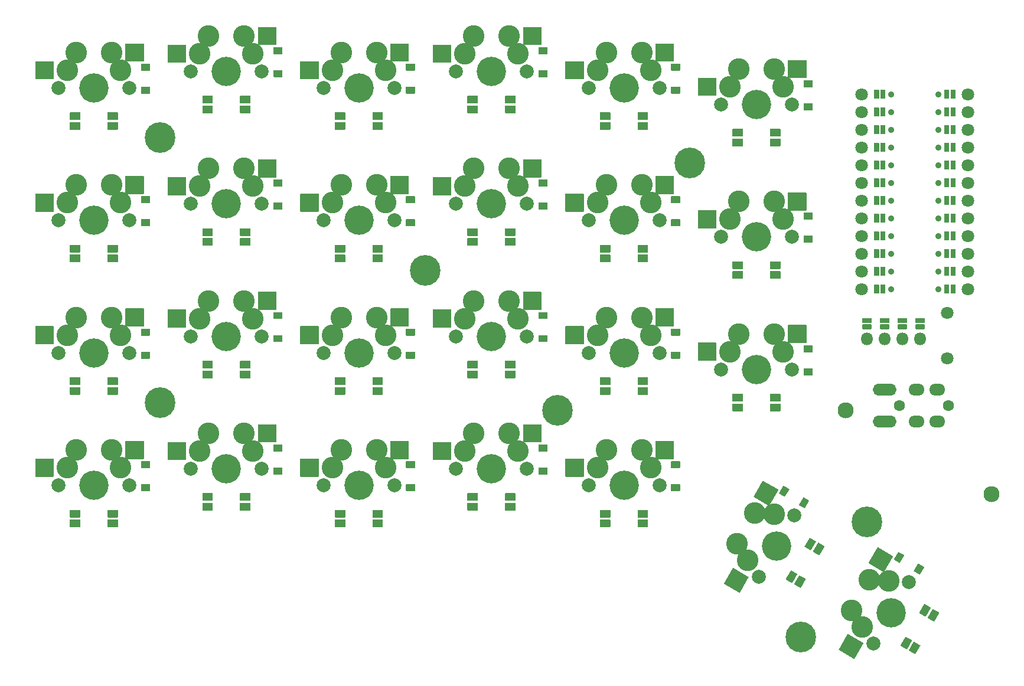
<source format=gbs>
G04 #@! TF.GenerationSoftware,KiCad,Pcbnew,8.0.8+1*
G04 #@! TF.CreationDate,2025-06-17T15:50:22+00:00*
G04 #@! TF.ProjectId,eggada50,65676761-6461-4353-902e-6b696361645f,0.2*
G04 #@! TF.SameCoordinates,Original*
G04 #@! TF.FileFunction,Soldermask,Bot*
G04 #@! TF.FilePolarity,Negative*
%FSLAX46Y46*%
G04 Gerber Fmt 4.6, Leading zero omitted, Abs format (unit mm)*
G04 Created by KiCad (PCBNEW 8.0.8+1) date 2025-06-17 15:50:22*
%MOMM*%
%LPD*%
G01*
G04 APERTURE LIST*
%ADD10C,2.300000*%
%ADD11C,4.400000*%
%ADD12C,4.200000*%
%ADD13C,2.000000*%
%ADD14C,3.100000*%
%ADD15C,1.800000*%
%ADD16C,0.900000*%
%ADD17O,1.800000X1.800000*%
%ADD18C,1.600000*%
%ADD19O,2.300000X1.700000*%
%ADD20O,3.400000X1.700000*%
G04 APERTURE END LIST*
D10*
X207762000Y-89226000D03*
X228694000Y-101245000D03*
D11*
X109500000Y-50125000D03*
X109500000Y-88125000D03*
X185468000Y-53736000D03*
X147500000Y-69125000D03*
X166468000Y-89261000D03*
X210827241Y-105262759D03*
X201327241Y-121717241D03*
D12*
X100000000Y-100000000D03*
D13*
X105080000Y-100000000D03*
X94920000Y-100000000D03*
D14*
X102540000Y-94920000D03*
X96190000Y-97460000D03*
G36*
G01*
X91590000Y-98710000D02*
X91590000Y-96210000D01*
G75*
G02*
X91640000Y-96160000I50000J0D01*
G01*
X94190000Y-96160000D01*
G75*
G02*
X94240000Y-96210000I0J-50000D01*
G01*
X94240000Y-98710000D01*
G75*
G02*
X94190000Y-98760000I-50000J0D01*
G01*
X91640000Y-98760000D01*
G75*
G02*
X91590000Y-98710000I0J50000D01*
G01*
G37*
G36*
G01*
X104517000Y-96170000D02*
X104517000Y-93670000D01*
G75*
G02*
X104567000Y-93620000I50000J0D01*
G01*
X107117000Y-93620000D01*
G75*
G02*
X107167000Y-93670000I0J-50000D01*
G01*
X107167000Y-96170000D01*
G75*
G02*
X107117000Y-96220000I-50000J0D01*
G01*
X104567000Y-96220000D01*
G75*
G02*
X104517000Y-96170000I0J50000D01*
G01*
G37*
D12*
X100000000Y-81000000D03*
D13*
X105080000Y-81000000D03*
X94920000Y-81000000D03*
D14*
X102540000Y-75920000D03*
X96190000Y-78460000D03*
G36*
G01*
X91590000Y-79710000D02*
X91590000Y-77210000D01*
G75*
G02*
X91640000Y-77160000I50000J0D01*
G01*
X94190000Y-77160000D01*
G75*
G02*
X94240000Y-77210000I0J-50000D01*
G01*
X94240000Y-79710000D01*
G75*
G02*
X94190000Y-79760000I-50000J0D01*
G01*
X91640000Y-79760000D01*
G75*
G02*
X91590000Y-79710000I0J50000D01*
G01*
G37*
G36*
G01*
X104517000Y-77170000D02*
X104517000Y-74670000D01*
G75*
G02*
X104567000Y-74620000I50000J0D01*
G01*
X107117000Y-74620000D01*
G75*
G02*
X107167000Y-74670000I0J-50000D01*
G01*
X107167000Y-77170000D01*
G75*
G02*
X107117000Y-77220000I-50000J0D01*
G01*
X104567000Y-77220000D01*
G75*
G02*
X104517000Y-77170000I0J50000D01*
G01*
G37*
D12*
X100000000Y-62000000D03*
D13*
X105080000Y-62000000D03*
X94920000Y-62000000D03*
D14*
X102540000Y-56920000D03*
X96190000Y-59460000D03*
G36*
G01*
X91590000Y-60710000D02*
X91590000Y-58210000D01*
G75*
G02*
X91640000Y-58160000I50000J0D01*
G01*
X94190000Y-58160000D01*
G75*
G02*
X94240000Y-58210000I0J-50000D01*
G01*
X94240000Y-60710000D01*
G75*
G02*
X94190000Y-60760000I-50000J0D01*
G01*
X91640000Y-60760000D01*
G75*
G02*
X91590000Y-60710000I0J50000D01*
G01*
G37*
G36*
G01*
X104517000Y-58170000D02*
X104517000Y-55670000D01*
G75*
G02*
X104567000Y-55620000I50000J0D01*
G01*
X107117000Y-55620000D01*
G75*
G02*
X107167000Y-55670000I0J-50000D01*
G01*
X107167000Y-58170000D01*
G75*
G02*
X107117000Y-58220000I-50000J0D01*
G01*
X104567000Y-58220000D01*
G75*
G02*
X104517000Y-58170000I0J50000D01*
G01*
G37*
D12*
X100000000Y-43000000D03*
D13*
X105080000Y-43000000D03*
X94920000Y-43000000D03*
D14*
X102540000Y-37920000D03*
X96190000Y-40460000D03*
G36*
G01*
X91590000Y-41710000D02*
X91590000Y-39210000D01*
G75*
G02*
X91640000Y-39160000I50000J0D01*
G01*
X94190000Y-39160000D01*
G75*
G02*
X94240000Y-39210000I0J-50000D01*
G01*
X94240000Y-41710000D01*
G75*
G02*
X94190000Y-41760000I-50000J0D01*
G01*
X91640000Y-41760000D01*
G75*
G02*
X91590000Y-41710000I0J50000D01*
G01*
G37*
G36*
G01*
X104517000Y-39170000D02*
X104517000Y-36670000D01*
G75*
G02*
X104567000Y-36620000I50000J0D01*
G01*
X107117000Y-36620000D01*
G75*
G02*
X107167000Y-36670000I0J-50000D01*
G01*
X107167000Y-39170000D01*
G75*
G02*
X107117000Y-39220000I-50000J0D01*
G01*
X104567000Y-39220000D01*
G75*
G02*
X104517000Y-39170000I0J50000D01*
G01*
G37*
D12*
X119000000Y-97625000D03*
D13*
X124080000Y-97625000D03*
X113920000Y-97625000D03*
D14*
X121540000Y-92545000D03*
X115190000Y-95085000D03*
G36*
G01*
X110590000Y-96335000D02*
X110590000Y-93835000D01*
G75*
G02*
X110640000Y-93785000I50000J0D01*
G01*
X113190000Y-93785000D01*
G75*
G02*
X113240000Y-93835000I0J-50000D01*
G01*
X113240000Y-96335000D01*
G75*
G02*
X113190000Y-96385000I-50000J0D01*
G01*
X110640000Y-96385000D01*
G75*
G02*
X110590000Y-96335000I0J50000D01*
G01*
G37*
G36*
G01*
X123517000Y-93795000D02*
X123517000Y-91295000D01*
G75*
G02*
X123567000Y-91245000I50000J0D01*
G01*
X126117000Y-91245000D01*
G75*
G02*
X126167000Y-91295000I0J-50000D01*
G01*
X126167000Y-93795000D01*
G75*
G02*
X126117000Y-93845000I-50000J0D01*
G01*
X123567000Y-93845000D01*
G75*
G02*
X123517000Y-93795000I0J50000D01*
G01*
G37*
D12*
X119000000Y-78625000D03*
D13*
X124080000Y-78625000D03*
X113920000Y-78625000D03*
D14*
X121540000Y-73545000D03*
X115190000Y-76085000D03*
G36*
G01*
X110590000Y-77335000D02*
X110590000Y-74835000D01*
G75*
G02*
X110640000Y-74785000I50000J0D01*
G01*
X113190000Y-74785000D01*
G75*
G02*
X113240000Y-74835000I0J-50000D01*
G01*
X113240000Y-77335000D01*
G75*
G02*
X113190000Y-77385000I-50000J0D01*
G01*
X110640000Y-77385000D01*
G75*
G02*
X110590000Y-77335000I0J50000D01*
G01*
G37*
G36*
G01*
X123517000Y-74795000D02*
X123517000Y-72295000D01*
G75*
G02*
X123567000Y-72245000I50000J0D01*
G01*
X126117000Y-72245000D01*
G75*
G02*
X126167000Y-72295000I0J-50000D01*
G01*
X126167000Y-74795000D01*
G75*
G02*
X126117000Y-74845000I-50000J0D01*
G01*
X123567000Y-74845000D01*
G75*
G02*
X123517000Y-74795000I0J50000D01*
G01*
G37*
D12*
X119000000Y-59625000D03*
D13*
X124080000Y-59625000D03*
X113920000Y-59625000D03*
D14*
X121540000Y-54545000D03*
X115190000Y-57085000D03*
G36*
G01*
X110590000Y-58335000D02*
X110590000Y-55835000D01*
G75*
G02*
X110640000Y-55785000I50000J0D01*
G01*
X113190000Y-55785000D01*
G75*
G02*
X113240000Y-55835000I0J-50000D01*
G01*
X113240000Y-58335000D01*
G75*
G02*
X113190000Y-58385000I-50000J0D01*
G01*
X110640000Y-58385000D01*
G75*
G02*
X110590000Y-58335000I0J50000D01*
G01*
G37*
G36*
G01*
X123517000Y-55795000D02*
X123517000Y-53295000D01*
G75*
G02*
X123567000Y-53245000I50000J0D01*
G01*
X126117000Y-53245000D01*
G75*
G02*
X126167000Y-53295000I0J-50000D01*
G01*
X126167000Y-55795000D01*
G75*
G02*
X126117000Y-55845000I-50000J0D01*
G01*
X123567000Y-55845000D01*
G75*
G02*
X123517000Y-55795000I0J50000D01*
G01*
G37*
D12*
X119000000Y-40625000D03*
D13*
X124080000Y-40625000D03*
X113920000Y-40625000D03*
D14*
X121540000Y-35545000D03*
X115190000Y-38085000D03*
G36*
G01*
X110590000Y-39335000D02*
X110590000Y-36835000D01*
G75*
G02*
X110640000Y-36785000I50000J0D01*
G01*
X113190000Y-36785000D01*
G75*
G02*
X113240000Y-36835000I0J-50000D01*
G01*
X113240000Y-39335000D01*
G75*
G02*
X113190000Y-39385000I-50000J0D01*
G01*
X110640000Y-39385000D01*
G75*
G02*
X110590000Y-39335000I0J50000D01*
G01*
G37*
G36*
G01*
X123517000Y-36795000D02*
X123517000Y-34295000D01*
G75*
G02*
X123567000Y-34245000I50000J0D01*
G01*
X126117000Y-34245000D01*
G75*
G02*
X126167000Y-34295000I0J-50000D01*
G01*
X126167000Y-36795000D01*
G75*
G02*
X126117000Y-36845000I-50000J0D01*
G01*
X123567000Y-36845000D01*
G75*
G02*
X123517000Y-36795000I0J50000D01*
G01*
G37*
D12*
X138000000Y-100000000D03*
D13*
X143080000Y-100000000D03*
X132920000Y-100000000D03*
D14*
X140540000Y-94920000D03*
X134190000Y-97460000D03*
G36*
G01*
X129590000Y-98710000D02*
X129590000Y-96210000D01*
G75*
G02*
X129640000Y-96160000I50000J0D01*
G01*
X132190000Y-96160000D01*
G75*
G02*
X132240000Y-96210000I0J-50000D01*
G01*
X132240000Y-98710000D01*
G75*
G02*
X132190000Y-98760000I-50000J0D01*
G01*
X129640000Y-98760000D01*
G75*
G02*
X129590000Y-98710000I0J50000D01*
G01*
G37*
G36*
G01*
X142517000Y-96170000D02*
X142517000Y-93670000D01*
G75*
G02*
X142567000Y-93620000I50000J0D01*
G01*
X145117000Y-93620000D01*
G75*
G02*
X145167000Y-93670000I0J-50000D01*
G01*
X145167000Y-96170000D01*
G75*
G02*
X145117000Y-96220000I-50000J0D01*
G01*
X142567000Y-96220000D01*
G75*
G02*
X142517000Y-96170000I0J50000D01*
G01*
G37*
D12*
X138000000Y-81000000D03*
D13*
X143080000Y-81000000D03*
X132920000Y-81000000D03*
D14*
X140540000Y-75920000D03*
X134190000Y-78460000D03*
G36*
G01*
X129590000Y-79710000D02*
X129590000Y-77210000D01*
G75*
G02*
X129640000Y-77160000I50000J0D01*
G01*
X132190000Y-77160000D01*
G75*
G02*
X132240000Y-77210000I0J-50000D01*
G01*
X132240000Y-79710000D01*
G75*
G02*
X132190000Y-79760000I-50000J0D01*
G01*
X129640000Y-79760000D01*
G75*
G02*
X129590000Y-79710000I0J50000D01*
G01*
G37*
G36*
G01*
X142517000Y-77170000D02*
X142517000Y-74670000D01*
G75*
G02*
X142567000Y-74620000I50000J0D01*
G01*
X145117000Y-74620000D01*
G75*
G02*
X145167000Y-74670000I0J-50000D01*
G01*
X145167000Y-77170000D01*
G75*
G02*
X145117000Y-77220000I-50000J0D01*
G01*
X142567000Y-77220000D01*
G75*
G02*
X142517000Y-77170000I0J50000D01*
G01*
G37*
D12*
X138000000Y-62000000D03*
D13*
X143080000Y-62000000D03*
X132920000Y-62000000D03*
D14*
X140540000Y-56920000D03*
X134190000Y-59460000D03*
G36*
G01*
X129590000Y-60710000D02*
X129590000Y-58210000D01*
G75*
G02*
X129640000Y-58160000I50000J0D01*
G01*
X132190000Y-58160000D01*
G75*
G02*
X132240000Y-58210000I0J-50000D01*
G01*
X132240000Y-60710000D01*
G75*
G02*
X132190000Y-60760000I-50000J0D01*
G01*
X129640000Y-60760000D01*
G75*
G02*
X129590000Y-60710000I0J50000D01*
G01*
G37*
G36*
G01*
X142517000Y-58170000D02*
X142517000Y-55670000D01*
G75*
G02*
X142567000Y-55620000I50000J0D01*
G01*
X145117000Y-55620000D01*
G75*
G02*
X145167000Y-55670000I0J-50000D01*
G01*
X145167000Y-58170000D01*
G75*
G02*
X145117000Y-58220000I-50000J0D01*
G01*
X142567000Y-58220000D01*
G75*
G02*
X142517000Y-58170000I0J50000D01*
G01*
G37*
D12*
X138000000Y-43000000D03*
D13*
X143080000Y-43000000D03*
X132920000Y-43000000D03*
D14*
X140540000Y-37920000D03*
X134190000Y-40460000D03*
G36*
G01*
X129590000Y-41710000D02*
X129590000Y-39210000D01*
G75*
G02*
X129640000Y-39160000I50000J0D01*
G01*
X132190000Y-39160000D01*
G75*
G02*
X132240000Y-39210000I0J-50000D01*
G01*
X132240000Y-41710000D01*
G75*
G02*
X132190000Y-41760000I-50000J0D01*
G01*
X129640000Y-41760000D01*
G75*
G02*
X129590000Y-41710000I0J50000D01*
G01*
G37*
G36*
G01*
X142517000Y-39170000D02*
X142517000Y-36670000D01*
G75*
G02*
X142567000Y-36620000I50000J0D01*
G01*
X145117000Y-36620000D01*
G75*
G02*
X145167000Y-36670000I0J-50000D01*
G01*
X145167000Y-39170000D01*
G75*
G02*
X145117000Y-39220000I-50000J0D01*
G01*
X142567000Y-39220000D01*
G75*
G02*
X142517000Y-39170000I0J50000D01*
G01*
G37*
D12*
X157000000Y-97625000D03*
D13*
X162080000Y-97625000D03*
X151920000Y-97625000D03*
D14*
X159540000Y-92545000D03*
X153190000Y-95085000D03*
G36*
G01*
X148590000Y-96335000D02*
X148590000Y-93835000D01*
G75*
G02*
X148640000Y-93785000I50000J0D01*
G01*
X151190000Y-93785000D01*
G75*
G02*
X151240000Y-93835000I0J-50000D01*
G01*
X151240000Y-96335000D01*
G75*
G02*
X151190000Y-96385000I-50000J0D01*
G01*
X148640000Y-96385000D01*
G75*
G02*
X148590000Y-96335000I0J50000D01*
G01*
G37*
G36*
G01*
X161517000Y-93795000D02*
X161517000Y-91295000D01*
G75*
G02*
X161567000Y-91245000I50000J0D01*
G01*
X164117000Y-91245000D01*
G75*
G02*
X164167000Y-91295000I0J-50000D01*
G01*
X164167000Y-93795000D01*
G75*
G02*
X164117000Y-93845000I-50000J0D01*
G01*
X161567000Y-93845000D01*
G75*
G02*
X161517000Y-93795000I0J50000D01*
G01*
G37*
D12*
X157000000Y-78625000D03*
D13*
X162080000Y-78625000D03*
X151920000Y-78625000D03*
D14*
X159540000Y-73545000D03*
X153190000Y-76085000D03*
G36*
G01*
X148590000Y-77335000D02*
X148590000Y-74835000D01*
G75*
G02*
X148640000Y-74785000I50000J0D01*
G01*
X151190000Y-74785000D01*
G75*
G02*
X151240000Y-74835000I0J-50000D01*
G01*
X151240000Y-77335000D01*
G75*
G02*
X151190000Y-77385000I-50000J0D01*
G01*
X148640000Y-77385000D01*
G75*
G02*
X148590000Y-77335000I0J50000D01*
G01*
G37*
G36*
G01*
X161517000Y-74795000D02*
X161517000Y-72295000D01*
G75*
G02*
X161567000Y-72245000I50000J0D01*
G01*
X164117000Y-72245000D01*
G75*
G02*
X164167000Y-72295000I0J-50000D01*
G01*
X164167000Y-74795000D01*
G75*
G02*
X164117000Y-74845000I-50000J0D01*
G01*
X161567000Y-74845000D01*
G75*
G02*
X161517000Y-74795000I0J50000D01*
G01*
G37*
D12*
X157000000Y-59625000D03*
D13*
X162080000Y-59625000D03*
X151920000Y-59625000D03*
D14*
X159540000Y-54545000D03*
X153190000Y-57085000D03*
G36*
G01*
X148590000Y-58335000D02*
X148590000Y-55835000D01*
G75*
G02*
X148640000Y-55785000I50000J0D01*
G01*
X151190000Y-55785000D01*
G75*
G02*
X151240000Y-55835000I0J-50000D01*
G01*
X151240000Y-58335000D01*
G75*
G02*
X151190000Y-58385000I-50000J0D01*
G01*
X148640000Y-58385000D01*
G75*
G02*
X148590000Y-58335000I0J50000D01*
G01*
G37*
G36*
G01*
X161517000Y-55795000D02*
X161517000Y-53295000D01*
G75*
G02*
X161567000Y-53245000I50000J0D01*
G01*
X164117000Y-53245000D01*
G75*
G02*
X164167000Y-53295000I0J-50000D01*
G01*
X164167000Y-55795000D01*
G75*
G02*
X164117000Y-55845000I-50000J0D01*
G01*
X161567000Y-55845000D01*
G75*
G02*
X161517000Y-55795000I0J50000D01*
G01*
G37*
D12*
X157000000Y-40625000D03*
D13*
X162080000Y-40625000D03*
X151920000Y-40625000D03*
D14*
X159540000Y-35545000D03*
X153190000Y-38085000D03*
G36*
G01*
X148590000Y-39335000D02*
X148590000Y-36835000D01*
G75*
G02*
X148640000Y-36785000I50000J0D01*
G01*
X151190000Y-36785000D01*
G75*
G02*
X151240000Y-36835000I0J-50000D01*
G01*
X151240000Y-39335000D01*
G75*
G02*
X151190000Y-39385000I-50000J0D01*
G01*
X148640000Y-39385000D01*
G75*
G02*
X148590000Y-39335000I0J50000D01*
G01*
G37*
G36*
G01*
X161517000Y-36795000D02*
X161517000Y-34295000D01*
G75*
G02*
X161567000Y-34245000I50000J0D01*
G01*
X164117000Y-34245000D01*
G75*
G02*
X164167000Y-34295000I0J-50000D01*
G01*
X164167000Y-36795000D01*
G75*
G02*
X164117000Y-36845000I-50000J0D01*
G01*
X161567000Y-36845000D01*
G75*
G02*
X161517000Y-36795000I0J50000D01*
G01*
G37*
D12*
X176000000Y-100000000D03*
D13*
X181080000Y-100000000D03*
X170920000Y-100000000D03*
D14*
X178540000Y-94920000D03*
X172190000Y-97460000D03*
G36*
G01*
X167590000Y-98710000D02*
X167590000Y-96210000D01*
G75*
G02*
X167640000Y-96160000I50000J0D01*
G01*
X170190000Y-96160000D01*
G75*
G02*
X170240000Y-96210000I0J-50000D01*
G01*
X170240000Y-98710000D01*
G75*
G02*
X170190000Y-98760000I-50000J0D01*
G01*
X167640000Y-98760000D01*
G75*
G02*
X167590000Y-98710000I0J50000D01*
G01*
G37*
G36*
G01*
X180517000Y-96170000D02*
X180517000Y-93670000D01*
G75*
G02*
X180567000Y-93620000I50000J0D01*
G01*
X183117000Y-93620000D01*
G75*
G02*
X183167000Y-93670000I0J-50000D01*
G01*
X183167000Y-96170000D01*
G75*
G02*
X183117000Y-96220000I-50000J0D01*
G01*
X180567000Y-96220000D01*
G75*
G02*
X180517000Y-96170000I0J50000D01*
G01*
G37*
D12*
X176000000Y-81000000D03*
D13*
X181080000Y-81000000D03*
X170920000Y-81000000D03*
D14*
X178540000Y-75920000D03*
X172190000Y-78460000D03*
G36*
G01*
X167590000Y-79710000D02*
X167590000Y-77210000D01*
G75*
G02*
X167640000Y-77160000I50000J0D01*
G01*
X170190000Y-77160000D01*
G75*
G02*
X170240000Y-77210000I0J-50000D01*
G01*
X170240000Y-79710000D01*
G75*
G02*
X170190000Y-79760000I-50000J0D01*
G01*
X167640000Y-79760000D01*
G75*
G02*
X167590000Y-79710000I0J50000D01*
G01*
G37*
G36*
G01*
X180517000Y-77170000D02*
X180517000Y-74670000D01*
G75*
G02*
X180567000Y-74620000I50000J0D01*
G01*
X183117000Y-74620000D01*
G75*
G02*
X183167000Y-74670000I0J-50000D01*
G01*
X183167000Y-77170000D01*
G75*
G02*
X183117000Y-77220000I-50000J0D01*
G01*
X180567000Y-77220000D01*
G75*
G02*
X180517000Y-77170000I0J50000D01*
G01*
G37*
D12*
X176000000Y-62000000D03*
D13*
X181080000Y-62000000D03*
X170920000Y-62000000D03*
D14*
X178540000Y-56920000D03*
X172190000Y-59460000D03*
G36*
G01*
X167590000Y-60710000D02*
X167590000Y-58210000D01*
G75*
G02*
X167640000Y-58160000I50000J0D01*
G01*
X170190000Y-58160000D01*
G75*
G02*
X170240000Y-58210000I0J-50000D01*
G01*
X170240000Y-60710000D01*
G75*
G02*
X170190000Y-60760000I-50000J0D01*
G01*
X167640000Y-60760000D01*
G75*
G02*
X167590000Y-60710000I0J50000D01*
G01*
G37*
G36*
G01*
X180517000Y-58170000D02*
X180517000Y-55670000D01*
G75*
G02*
X180567000Y-55620000I50000J0D01*
G01*
X183117000Y-55620000D01*
G75*
G02*
X183167000Y-55670000I0J-50000D01*
G01*
X183167000Y-58170000D01*
G75*
G02*
X183117000Y-58220000I-50000J0D01*
G01*
X180567000Y-58220000D01*
G75*
G02*
X180517000Y-58170000I0J50000D01*
G01*
G37*
D12*
X176000000Y-43000000D03*
D13*
X181080000Y-43000000D03*
X170920000Y-43000000D03*
D14*
X178540000Y-37920000D03*
X172190000Y-40460000D03*
G36*
G01*
X167590000Y-41710000D02*
X167590000Y-39210000D01*
G75*
G02*
X167640000Y-39160000I50000J0D01*
G01*
X170190000Y-39160000D01*
G75*
G02*
X170240000Y-39210000I0J-50000D01*
G01*
X170240000Y-41710000D01*
G75*
G02*
X170190000Y-41760000I-50000J0D01*
G01*
X167640000Y-41760000D01*
G75*
G02*
X167590000Y-41710000I0J50000D01*
G01*
G37*
G36*
G01*
X180517000Y-39170000D02*
X180517000Y-36670000D01*
G75*
G02*
X180567000Y-36620000I50000J0D01*
G01*
X183117000Y-36620000D01*
G75*
G02*
X183167000Y-36670000I0J-50000D01*
G01*
X183167000Y-39170000D01*
G75*
G02*
X183117000Y-39220000I-50000J0D01*
G01*
X180567000Y-39220000D01*
G75*
G02*
X180517000Y-39170000I0J50000D01*
G01*
G37*
D12*
X195000000Y-83375000D03*
D13*
X200080000Y-83375000D03*
X189920000Y-83375000D03*
D14*
X197540000Y-78295000D03*
X191190000Y-80835000D03*
G36*
G01*
X186590000Y-82085000D02*
X186590000Y-79585000D01*
G75*
G02*
X186640000Y-79535000I50000J0D01*
G01*
X189190000Y-79535000D01*
G75*
G02*
X189240000Y-79585000I0J-50000D01*
G01*
X189240000Y-82085000D01*
G75*
G02*
X189190000Y-82135000I-50000J0D01*
G01*
X186640000Y-82135000D01*
G75*
G02*
X186590000Y-82085000I0J50000D01*
G01*
G37*
G36*
G01*
X199517000Y-79545000D02*
X199517000Y-77045000D01*
G75*
G02*
X199567000Y-76995000I50000J0D01*
G01*
X202117000Y-76995000D01*
G75*
G02*
X202167000Y-77045000I0J-50000D01*
G01*
X202167000Y-79545000D01*
G75*
G02*
X202117000Y-79595000I-50000J0D01*
G01*
X199567000Y-79595000D01*
G75*
G02*
X199517000Y-79545000I0J50000D01*
G01*
G37*
D12*
X195000000Y-64375000D03*
D13*
X200080000Y-64375000D03*
X189920000Y-64375000D03*
D14*
X197540000Y-59295000D03*
X191190000Y-61835000D03*
G36*
G01*
X186590000Y-63085000D02*
X186590000Y-60585000D01*
G75*
G02*
X186640000Y-60535000I50000J0D01*
G01*
X189190000Y-60535000D01*
G75*
G02*
X189240000Y-60585000I0J-50000D01*
G01*
X189240000Y-63085000D01*
G75*
G02*
X189190000Y-63135000I-50000J0D01*
G01*
X186640000Y-63135000D01*
G75*
G02*
X186590000Y-63085000I0J50000D01*
G01*
G37*
G36*
G01*
X199517000Y-60545000D02*
X199517000Y-58045000D01*
G75*
G02*
X199567000Y-57995000I50000J0D01*
G01*
X202117000Y-57995000D01*
G75*
G02*
X202167000Y-58045000I0J-50000D01*
G01*
X202167000Y-60545000D01*
G75*
G02*
X202117000Y-60595000I-50000J0D01*
G01*
X199567000Y-60595000D01*
G75*
G02*
X199517000Y-60545000I0J50000D01*
G01*
G37*
D12*
X195000000Y-45375000D03*
D13*
X200080000Y-45375000D03*
X189920000Y-45375000D03*
D14*
X197540000Y-40295000D03*
X191190000Y-42835000D03*
G36*
G01*
X186590000Y-44085000D02*
X186590000Y-41585000D01*
G75*
G02*
X186640000Y-41535000I50000J0D01*
G01*
X189190000Y-41535000D01*
G75*
G02*
X189240000Y-41585000I0J-50000D01*
G01*
X189240000Y-44085000D01*
G75*
G02*
X189190000Y-44135000I-50000J0D01*
G01*
X186640000Y-44135000D01*
G75*
G02*
X186590000Y-44085000I0J50000D01*
G01*
G37*
G36*
G01*
X199517000Y-41545000D02*
X199517000Y-39045000D01*
G75*
G02*
X199567000Y-38995000I50000J0D01*
G01*
X202117000Y-38995000D01*
G75*
G02*
X202167000Y-39045000I0J-50000D01*
G01*
X202167000Y-41545000D01*
G75*
G02*
X202117000Y-41595000I-50000J0D01*
G01*
X199567000Y-41595000D01*
G75*
G02*
X199517000Y-41545000I0J50000D01*
G01*
G37*
D12*
X197850000Y-108740000D03*
D13*
X200390000Y-104340591D03*
X195310000Y-113139409D03*
D14*
X194720591Y-104000295D03*
X193745295Y-110769557D03*
G36*
G01*
X192527827Y-115378273D02*
X190362763Y-114128273D01*
G75*
G02*
X190344462Y-114059972I25000J43301D01*
G01*
X191619462Y-111851608D01*
G75*
G02*
X191687763Y-111833307I43301J-25000D01*
G01*
X193852827Y-113083307D01*
G75*
G02*
X193871128Y-113151608I-25000J-43301D01*
G01*
X192596128Y-115359972D01*
G75*
G02*
X192527827Y-115378273I-43301J25000D01*
G01*
G37*
G36*
G01*
X196791623Y-102913163D02*
X194626559Y-101663163D01*
G75*
G02*
X194608258Y-101594862I25000J43301D01*
G01*
X195883258Y-99386498D01*
G75*
G02*
X195951559Y-99368197I43301J-25000D01*
G01*
X198116623Y-100618197D01*
G75*
G02*
X198134924Y-100686498I-25000J-43301D01*
G01*
X196859924Y-102894862D01*
G75*
G02*
X196791623Y-102913163I-43301J25000D01*
G01*
G37*
D12*
X214304483Y-118240000D03*
D13*
X216844483Y-113840591D03*
X211764483Y-122639409D03*
D14*
X211175074Y-113500295D03*
X210199778Y-120269557D03*
G36*
G01*
X208982310Y-124878273D02*
X206817246Y-123628273D01*
G75*
G02*
X206798945Y-123559972I25000J43301D01*
G01*
X208073945Y-121351608D01*
G75*
G02*
X208142246Y-121333307I43301J-25000D01*
G01*
X210307310Y-122583307D01*
G75*
G02*
X210325611Y-122651608I-25000J-43301D01*
G01*
X209050611Y-124859972D01*
G75*
G02*
X208982310Y-124878273I-43301J25000D01*
G01*
G37*
G36*
G01*
X213246106Y-112413163D02*
X211081042Y-111163163D01*
G75*
G02*
X211062741Y-111094862I25000J43301D01*
G01*
X212337741Y-108886498D01*
G75*
G02*
X212406042Y-108868197I43301J-25000D01*
G01*
X214571106Y-110118197D01*
G75*
G02*
X214589407Y-110186498I-25000J-43301D01*
G01*
X213314407Y-112394862D01*
G75*
G02*
X213246106Y-112413163I-43301J25000D01*
G01*
G37*
G36*
G01*
X108000000Y-97525000D02*
X106800000Y-97525000D01*
G75*
G02*
X106750000Y-97475000I0J50000D01*
G01*
X106750000Y-96575000D01*
G75*
G02*
X106800000Y-96525000I50000J0D01*
G01*
X108000000Y-96525000D01*
G75*
G02*
X108050000Y-96575000I0J-50000D01*
G01*
X108050000Y-97475000D01*
G75*
G02*
X108000000Y-97525000I-50000J0D01*
G01*
G37*
G36*
G01*
X108000000Y-100825000D02*
X106800000Y-100825000D01*
G75*
G02*
X106750000Y-100775000I0J50000D01*
G01*
X106750000Y-99875000D01*
G75*
G02*
X106800000Y-99825000I50000J0D01*
G01*
X108000000Y-99825000D01*
G75*
G02*
X108050000Y-99875000I0J-50000D01*
G01*
X108050000Y-100775000D01*
G75*
G02*
X108000000Y-100825000I-50000J0D01*
G01*
G37*
G36*
G01*
X108000000Y-78525000D02*
X106800000Y-78525000D01*
G75*
G02*
X106750000Y-78475000I0J50000D01*
G01*
X106750000Y-77575000D01*
G75*
G02*
X106800000Y-77525000I50000J0D01*
G01*
X108000000Y-77525000D01*
G75*
G02*
X108050000Y-77575000I0J-50000D01*
G01*
X108050000Y-78475000D01*
G75*
G02*
X108000000Y-78525000I-50000J0D01*
G01*
G37*
G36*
G01*
X108000000Y-81825000D02*
X106800000Y-81825000D01*
G75*
G02*
X106750000Y-81775000I0J50000D01*
G01*
X106750000Y-80875000D01*
G75*
G02*
X106800000Y-80825000I50000J0D01*
G01*
X108000000Y-80825000D01*
G75*
G02*
X108050000Y-80875000I0J-50000D01*
G01*
X108050000Y-81775000D01*
G75*
G02*
X108000000Y-81825000I-50000J0D01*
G01*
G37*
G36*
G01*
X108000000Y-59525000D02*
X106800000Y-59525000D01*
G75*
G02*
X106750000Y-59475000I0J50000D01*
G01*
X106750000Y-58575000D01*
G75*
G02*
X106800000Y-58525000I50000J0D01*
G01*
X108000000Y-58525000D01*
G75*
G02*
X108050000Y-58575000I0J-50000D01*
G01*
X108050000Y-59475000D01*
G75*
G02*
X108000000Y-59525000I-50000J0D01*
G01*
G37*
G36*
G01*
X108000000Y-62825000D02*
X106800000Y-62825000D01*
G75*
G02*
X106750000Y-62775000I0J50000D01*
G01*
X106750000Y-61875000D01*
G75*
G02*
X106800000Y-61825000I50000J0D01*
G01*
X108000000Y-61825000D01*
G75*
G02*
X108050000Y-61875000I0J-50000D01*
G01*
X108050000Y-62775000D01*
G75*
G02*
X108000000Y-62825000I-50000J0D01*
G01*
G37*
G36*
G01*
X108000000Y-40525000D02*
X106800000Y-40525000D01*
G75*
G02*
X106750000Y-40475000I0J50000D01*
G01*
X106750000Y-39575000D01*
G75*
G02*
X106800000Y-39525000I50000J0D01*
G01*
X108000000Y-39525000D01*
G75*
G02*
X108050000Y-39575000I0J-50000D01*
G01*
X108050000Y-40475000D01*
G75*
G02*
X108000000Y-40525000I-50000J0D01*
G01*
G37*
G36*
G01*
X108000000Y-43825000D02*
X106800000Y-43825000D01*
G75*
G02*
X106750000Y-43775000I0J50000D01*
G01*
X106750000Y-42875000D01*
G75*
G02*
X106800000Y-42825000I50000J0D01*
G01*
X108000000Y-42825000D01*
G75*
G02*
X108050000Y-42875000I0J-50000D01*
G01*
X108050000Y-43775000D01*
G75*
G02*
X108000000Y-43825000I-50000J0D01*
G01*
G37*
G36*
G01*
X127000000Y-95150000D02*
X125800000Y-95150000D01*
G75*
G02*
X125750000Y-95100000I0J50000D01*
G01*
X125750000Y-94200000D01*
G75*
G02*
X125800000Y-94150000I50000J0D01*
G01*
X127000000Y-94150000D01*
G75*
G02*
X127050000Y-94200000I0J-50000D01*
G01*
X127050000Y-95100000D01*
G75*
G02*
X127000000Y-95150000I-50000J0D01*
G01*
G37*
G36*
G01*
X127000000Y-98450000D02*
X125800000Y-98450000D01*
G75*
G02*
X125750000Y-98400000I0J50000D01*
G01*
X125750000Y-97500000D01*
G75*
G02*
X125800000Y-97450000I50000J0D01*
G01*
X127000000Y-97450000D01*
G75*
G02*
X127050000Y-97500000I0J-50000D01*
G01*
X127050000Y-98400000D01*
G75*
G02*
X127000000Y-98450000I-50000J0D01*
G01*
G37*
G36*
G01*
X127000000Y-76150000D02*
X125800000Y-76150000D01*
G75*
G02*
X125750000Y-76100000I0J50000D01*
G01*
X125750000Y-75200000D01*
G75*
G02*
X125800000Y-75150000I50000J0D01*
G01*
X127000000Y-75150000D01*
G75*
G02*
X127050000Y-75200000I0J-50000D01*
G01*
X127050000Y-76100000D01*
G75*
G02*
X127000000Y-76150000I-50000J0D01*
G01*
G37*
G36*
G01*
X127000000Y-79450000D02*
X125800000Y-79450000D01*
G75*
G02*
X125750000Y-79400000I0J50000D01*
G01*
X125750000Y-78500000D01*
G75*
G02*
X125800000Y-78450000I50000J0D01*
G01*
X127000000Y-78450000D01*
G75*
G02*
X127050000Y-78500000I0J-50000D01*
G01*
X127050000Y-79400000D01*
G75*
G02*
X127000000Y-79450000I-50000J0D01*
G01*
G37*
G36*
G01*
X127000000Y-57150000D02*
X125800000Y-57150000D01*
G75*
G02*
X125750000Y-57100000I0J50000D01*
G01*
X125750000Y-56200000D01*
G75*
G02*
X125800000Y-56150000I50000J0D01*
G01*
X127000000Y-56150000D01*
G75*
G02*
X127050000Y-56200000I0J-50000D01*
G01*
X127050000Y-57100000D01*
G75*
G02*
X127000000Y-57150000I-50000J0D01*
G01*
G37*
G36*
G01*
X127000000Y-60450000D02*
X125800000Y-60450000D01*
G75*
G02*
X125750000Y-60400000I0J50000D01*
G01*
X125750000Y-59500000D01*
G75*
G02*
X125800000Y-59450000I50000J0D01*
G01*
X127000000Y-59450000D01*
G75*
G02*
X127050000Y-59500000I0J-50000D01*
G01*
X127050000Y-60400000D01*
G75*
G02*
X127000000Y-60450000I-50000J0D01*
G01*
G37*
G36*
G01*
X127000000Y-38150000D02*
X125800000Y-38150000D01*
G75*
G02*
X125750000Y-38100000I0J50000D01*
G01*
X125750000Y-37200000D01*
G75*
G02*
X125800000Y-37150000I50000J0D01*
G01*
X127000000Y-37150000D01*
G75*
G02*
X127050000Y-37200000I0J-50000D01*
G01*
X127050000Y-38100000D01*
G75*
G02*
X127000000Y-38150000I-50000J0D01*
G01*
G37*
G36*
G01*
X127000000Y-41450000D02*
X125800000Y-41450000D01*
G75*
G02*
X125750000Y-41400000I0J50000D01*
G01*
X125750000Y-40500000D01*
G75*
G02*
X125800000Y-40450000I50000J0D01*
G01*
X127000000Y-40450000D01*
G75*
G02*
X127050000Y-40500000I0J-50000D01*
G01*
X127050000Y-41400000D01*
G75*
G02*
X127000000Y-41450000I-50000J0D01*
G01*
G37*
G36*
G01*
X146000000Y-97525000D02*
X144800000Y-97525000D01*
G75*
G02*
X144750000Y-97475000I0J50000D01*
G01*
X144750000Y-96575000D01*
G75*
G02*
X144800000Y-96525000I50000J0D01*
G01*
X146000000Y-96525000D01*
G75*
G02*
X146050000Y-96575000I0J-50000D01*
G01*
X146050000Y-97475000D01*
G75*
G02*
X146000000Y-97525000I-50000J0D01*
G01*
G37*
G36*
G01*
X146000000Y-100825000D02*
X144800000Y-100825000D01*
G75*
G02*
X144750000Y-100775000I0J50000D01*
G01*
X144750000Y-99875000D01*
G75*
G02*
X144800000Y-99825000I50000J0D01*
G01*
X146000000Y-99825000D01*
G75*
G02*
X146050000Y-99875000I0J-50000D01*
G01*
X146050000Y-100775000D01*
G75*
G02*
X146000000Y-100825000I-50000J0D01*
G01*
G37*
G36*
G01*
X146000000Y-78525000D02*
X144800000Y-78525000D01*
G75*
G02*
X144750000Y-78475000I0J50000D01*
G01*
X144750000Y-77575000D01*
G75*
G02*
X144800000Y-77525000I50000J0D01*
G01*
X146000000Y-77525000D01*
G75*
G02*
X146050000Y-77575000I0J-50000D01*
G01*
X146050000Y-78475000D01*
G75*
G02*
X146000000Y-78525000I-50000J0D01*
G01*
G37*
G36*
G01*
X146000000Y-81825000D02*
X144800000Y-81825000D01*
G75*
G02*
X144750000Y-81775000I0J50000D01*
G01*
X144750000Y-80875000D01*
G75*
G02*
X144800000Y-80825000I50000J0D01*
G01*
X146000000Y-80825000D01*
G75*
G02*
X146050000Y-80875000I0J-50000D01*
G01*
X146050000Y-81775000D01*
G75*
G02*
X146000000Y-81825000I-50000J0D01*
G01*
G37*
G36*
G01*
X146000000Y-59525000D02*
X144800000Y-59525000D01*
G75*
G02*
X144750000Y-59475000I0J50000D01*
G01*
X144750000Y-58575000D01*
G75*
G02*
X144800000Y-58525000I50000J0D01*
G01*
X146000000Y-58525000D01*
G75*
G02*
X146050000Y-58575000I0J-50000D01*
G01*
X146050000Y-59475000D01*
G75*
G02*
X146000000Y-59525000I-50000J0D01*
G01*
G37*
G36*
G01*
X146000000Y-62825000D02*
X144800000Y-62825000D01*
G75*
G02*
X144750000Y-62775000I0J50000D01*
G01*
X144750000Y-61875000D01*
G75*
G02*
X144800000Y-61825000I50000J0D01*
G01*
X146000000Y-61825000D01*
G75*
G02*
X146050000Y-61875000I0J-50000D01*
G01*
X146050000Y-62775000D01*
G75*
G02*
X146000000Y-62825000I-50000J0D01*
G01*
G37*
G36*
G01*
X146000000Y-40525000D02*
X144800000Y-40525000D01*
G75*
G02*
X144750000Y-40475000I0J50000D01*
G01*
X144750000Y-39575000D01*
G75*
G02*
X144800000Y-39525000I50000J0D01*
G01*
X146000000Y-39525000D01*
G75*
G02*
X146050000Y-39575000I0J-50000D01*
G01*
X146050000Y-40475000D01*
G75*
G02*
X146000000Y-40525000I-50000J0D01*
G01*
G37*
G36*
G01*
X146000000Y-43825000D02*
X144800000Y-43825000D01*
G75*
G02*
X144750000Y-43775000I0J50000D01*
G01*
X144750000Y-42875000D01*
G75*
G02*
X144800000Y-42825000I50000J0D01*
G01*
X146000000Y-42825000D01*
G75*
G02*
X146050000Y-42875000I0J-50000D01*
G01*
X146050000Y-43775000D01*
G75*
G02*
X146000000Y-43825000I-50000J0D01*
G01*
G37*
G36*
G01*
X165000000Y-95150000D02*
X163800000Y-95150000D01*
G75*
G02*
X163750000Y-95100000I0J50000D01*
G01*
X163750000Y-94200000D01*
G75*
G02*
X163800000Y-94150000I50000J0D01*
G01*
X165000000Y-94150000D01*
G75*
G02*
X165050000Y-94200000I0J-50000D01*
G01*
X165050000Y-95100000D01*
G75*
G02*
X165000000Y-95150000I-50000J0D01*
G01*
G37*
G36*
G01*
X165000000Y-98450000D02*
X163800000Y-98450000D01*
G75*
G02*
X163750000Y-98400000I0J50000D01*
G01*
X163750000Y-97500000D01*
G75*
G02*
X163800000Y-97450000I50000J0D01*
G01*
X165000000Y-97450000D01*
G75*
G02*
X165050000Y-97500000I0J-50000D01*
G01*
X165050000Y-98400000D01*
G75*
G02*
X165000000Y-98450000I-50000J0D01*
G01*
G37*
G36*
G01*
X165000000Y-76150000D02*
X163800000Y-76150000D01*
G75*
G02*
X163750000Y-76100000I0J50000D01*
G01*
X163750000Y-75200000D01*
G75*
G02*
X163800000Y-75150000I50000J0D01*
G01*
X165000000Y-75150000D01*
G75*
G02*
X165050000Y-75200000I0J-50000D01*
G01*
X165050000Y-76100000D01*
G75*
G02*
X165000000Y-76150000I-50000J0D01*
G01*
G37*
G36*
G01*
X165000000Y-79450000D02*
X163800000Y-79450000D01*
G75*
G02*
X163750000Y-79400000I0J50000D01*
G01*
X163750000Y-78500000D01*
G75*
G02*
X163800000Y-78450000I50000J0D01*
G01*
X165000000Y-78450000D01*
G75*
G02*
X165050000Y-78500000I0J-50000D01*
G01*
X165050000Y-79400000D01*
G75*
G02*
X165000000Y-79450000I-50000J0D01*
G01*
G37*
G36*
G01*
X165000000Y-57150000D02*
X163800000Y-57150000D01*
G75*
G02*
X163750000Y-57100000I0J50000D01*
G01*
X163750000Y-56200000D01*
G75*
G02*
X163800000Y-56150000I50000J0D01*
G01*
X165000000Y-56150000D01*
G75*
G02*
X165050000Y-56200000I0J-50000D01*
G01*
X165050000Y-57100000D01*
G75*
G02*
X165000000Y-57150000I-50000J0D01*
G01*
G37*
G36*
G01*
X165000000Y-60450000D02*
X163800000Y-60450000D01*
G75*
G02*
X163750000Y-60400000I0J50000D01*
G01*
X163750000Y-59500000D01*
G75*
G02*
X163800000Y-59450000I50000J0D01*
G01*
X165000000Y-59450000D01*
G75*
G02*
X165050000Y-59500000I0J-50000D01*
G01*
X165050000Y-60400000D01*
G75*
G02*
X165000000Y-60450000I-50000J0D01*
G01*
G37*
G36*
G01*
X165000000Y-38150000D02*
X163800000Y-38150000D01*
G75*
G02*
X163750000Y-38100000I0J50000D01*
G01*
X163750000Y-37200000D01*
G75*
G02*
X163800000Y-37150000I50000J0D01*
G01*
X165000000Y-37150000D01*
G75*
G02*
X165050000Y-37200000I0J-50000D01*
G01*
X165050000Y-38100000D01*
G75*
G02*
X165000000Y-38150000I-50000J0D01*
G01*
G37*
G36*
G01*
X165000000Y-41450000D02*
X163800000Y-41450000D01*
G75*
G02*
X163750000Y-41400000I0J50000D01*
G01*
X163750000Y-40500000D01*
G75*
G02*
X163800000Y-40450000I50000J0D01*
G01*
X165000000Y-40450000D01*
G75*
G02*
X165050000Y-40500000I0J-50000D01*
G01*
X165050000Y-41400000D01*
G75*
G02*
X165000000Y-41450000I-50000J0D01*
G01*
G37*
G36*
G01*
X184000000Y-97525000D02*
X182800000Y-97525000D01*
G75*
G02*
X182750000Y-97475000I0J50000D01*
G01*
X182750000Y-96575000D01*
G75*
G02*
X182800000Y-96525000I50000J0D01*
G01*
X184000000Y-96525000D01*
G75*
G02*
X184050000Y-96575000I0J-50000D01*
G01*
X184050000Y-97475000D01*
G75*
G02*
X184000000Y-97525000I-50000J0D01*
G01*
G37*
G36*
G01*
X184000000Y-100825000D02*
X182800000Y-100825000D01*
G75*
G02*
X182750000Y-100775000I0J50000D01*
G01*
X182750000Y-99875000D01*
G75*
G02*
X182800000Y-99825000I50000J0D01*
G01*
X184000000Y-99825000D01*
G75*
G02*
X184050000Y-99875000I0J-50000D01*
G01*
X184050000Y-100775000D01*
G75*
G02*
X184000000Y-100825000I-50000J0D01*
G01*
G37*
G36*
G01*
X184000000Y-78525000D02*
X182800000Y-78525000D01*
G75*
G02*
X182750000Y-78475000I0J50000D01*
G01*
X182750000Y-77575000D01*
G75*
G02*
X182800000Y-77525000I50000J0D01*
G01*
X184000000Y-77525000D01*
G75*
G02*
X184050000Y-77575000I0J-50000D01*
G01*
X184050000Y-78475000D01*
G75*
G02*
X184000000Y-78525000I-50000J0D01*
G01*
G37*
G36*
G01*
X184000000Y-81825000D02*
X182800000Y-81825000D01*
G75*
G02*
X182750000Y-81775000I0J50000D01*
G01*
X182750000Y-80875000D01*
G75*
G02*
X182800000Y-80825000I50000J0D01*
G01*
X184000000Y-80825000D01*
G75*
G02*
X184050000Y-80875000I0J-50000D01*
G01*
X184050000Y-81775000D01*
G75*
G02*
X184000000Y-81825000I-50000J0D01*
G01*
G37*
G36*
G01*
X184000000Y-59525000D02*
X182800000Y-59525000D01*
G75*
G02*
X182750000Y-59475000I0J50000D01*
G01*
X182750000Y-58575000D01*
G75*
G02*
X182800000Y-58525000I50000J0D01*
G01*
X184000000Y-58525000D01*
G75*
G02*
X184050000Y-58575000I0J-50000D01*
G01*
X184050000Y-59475000D01*
G75*
G02*
X184000000Y-59525000I-50000J0D01*
G01*
G37*
G36*
G01*
X184000000Y-62825000D02*
X182800000Y-62825000D01*
G75*
G02*
X182750000Y-62775000I0J50000D01*
G01*
X182750000Y-61875000D01*
G75*
G02*
X182800000Y-61825000I50000J0D01*
G01*
X184000000Y-61825000D01*
G75*
G02*
X184050000Y-61875000I0J-50000D01*
G01*
X184050000Y-62775000D01*
G75*
G02*
X184000000Y-62825000I-50000J0D01*
G01*
G37*
G36*
G01*
X184000000Y-40525000D02*
X182800000Y-40525000D01*
G75*
G02*
X182750000Y-40475000I0J50000D01*
G01*
X182750000Y-39575000D01*
G75*
G02*
X182800000Y-39525000I50000J0D01*
G01*
X184000000Y-39525000D01*
G75*
G02*
X184050000Y-39575000I0J-50000D01*
G01*
X184050000Y-40475000D01*
G75*
G02*
X184000000Y-40525000I-50000J0D01*
G01*
G37*
G36*
G01*
X184000000Y-43825000D02*
X182800000Y-43825000D01*
G75*
G02*
X182750000Y-43775000I0J50000D01*
G01*
X182750000Y-42875000D01*
G75*
G02*
X182800000Y-42825000I50000J0D01*
G01*
X184000000Y-42825000D01*
G75*
G02*
X184050000Y-42875000I0J-50000D01*
G01*
X184050000Y-43775000D01*
G75*
G02*
X184000000Y-43825000I-50000J0D01*
G01*
G37*
G36*
G01*
X203000000Y-80900000D02*
X201800000Y-80900000D01*
G75*
G02*
X201750000Y-80850000I0J50000D01*
G01*
X201750000Y-79950000D01*
G75*
G02*
X201800000Y-79900000I50000J0D01*
G01*
X203000000Y-79900000D01*
G75*
G02*
X203050000Y-79950000I0J-50000D01*
G01*
X203050000Y-80850000D01*
G75*
G02*
X203000000Y-80900000I-50000J0D01*
G01*
G37*
G36*
G01*
X203000000Y-84200000D02*
X201800000Y-84200000D01*
G75*
G02*
X201750000Y-84150000I0J50000D01*
G01*
X201750000Y-83250000D01*
G75*
G02*
X201800000Y-83200000I50000J0D01*
G01*
X203000000Y-83200000D01*
G75*
G02*
X203050000Y-83250000I0J-50000D01*
G01*
X203050000Y-84150000D01*
G75*
G02*
X203000000Y-84200000I-50000J0D01*
G01*
G37*
G36*
G01*
X203000000Y-61900000D02*
X201800000Y-61900000D01*
G75*
G02*
X201750000Y-61850000I0J50000D01*
G01*
X201750000Y-60950000D01*
G75*
G02*
X201800000Y-60900000I50000J0D01*
G01*
X203000000Y-60900000D01*
G75*
G02*
X203050000Y-60950000I0J-50000D01*
G01*
X203050000Y-61850000D01*
G75*
G02*
X203000000Y-61900000I-50000J0D01*
G01*
G37*
G36*
G01*
X203000000Y-65200000D02*
X201800000Y-65200000D01*
G75*
G02*
X201750000Y-65150000I0J50000D01*
G01*
X201750000Y-64250000D01*
G75*
G02*
X201800000Y-64200000I50000J0D01*
G01*
X203000000Y-64200000D01*
G75*
G02*
X203050000Y-64250000I0J-50000D01*
G01*
X203050000Y-65150000D01*
G75*
G02*
X203000000Y-65200000I-50000J0D01*
G01*
G37*
G36*
G01*
X203000000Y-42900000D02*
X201800000Y-42900000D01*
G75*
G02*
X201750000Y-42850000I0J50000D01*
G01*
X201750000Y-41950000D01*
G75*
G02*
X201800000Y-41900000I50000J0D01*
G01*
X203000000Y-41900000D01*
G75*
G02*
X203050000Y-41950000I0J-50000D01*
G01*
X203050000Y-42850000D01*
G75*
G02*
X203000000Y-42900000I-50000J0D01*
G01*
G37*
G36*
G01*
X203000000Y-46200000D02*
X201800000Y-46200000D01*
G75*
G02*
X201750000Y-46150000I0J50000D01*
G01*
X201750000Y-45250000D01*
G75*
G02*
X201800000Y-45200000I50000J0D01*
G01*
X203000000Y-45200000D01*
G75*
G02*
X203050000Y-45250000I0J-50000D01*
G01*
X203050000Y-46150000D01*
G75*
G02*
X203000000Y-46200000I-50000J0D01*
G01*
G37*
G36*
G01*
X199706586Y-100574297D02*
X199106586Y-101613527D01*
G75*
G02*
X199038285Y-101631828I-43301J25000D01*
G01*
X198258863Y-101181828D01*
G75*
G02*
X198240562Y-101113527I25000J43301D01*
G01*
X198840562Y-100074297D01*
G75*
G02*
X198908863Y-100055996I43301J-25000D01*
G01*
X199688285Y-100505996D01*
G75*
G02*
X199706586Y-100574297I-25000J-43301D01*
G01*
G37*
G36*
G01*
X202564470Y-102224297D02*
X201964470Y-103263527D01*
G75*
G02*
X201896169Y-103281828I-43301J25000D01*
G01*
X201116747Y-102831828D01*
G75*
G02*
X201098446Y-102763527I25000J43301D01*
G01*
X201698446Y-101724297D01*
G75*
G02*
X201766747Y-101705996I43301J-25000D01*
G01*
X202546169Y-102155996D01*
G75*
G02*
X202564470Y-102224297I-25000J-43301D01*
G01*
G37*
G36*
G01*
X216161069Y-110074297D02*
X215561069Y-111113527D01*
G75*
G02*
X215492768Y-111131828I-43301J25000D01*
G01*
X214713346Y-110681828D01*
G75*
G02*
X214695045Y-110613527I25000J43301D01*
G01*
X215295045Y-109574297D01*
G75*
G02*
X215363346Y-109555996I43301J-25000D01*
G01*
X216142768Y-110005996D01*
G75*
G02*
X216161069Y-110074297I-25000J-43301D01*
G01*
G37*
G36*
G01*
X219018953Y-111724297D02*
X218418953Y-112763527D01*
G75*
G02*
X218350652Y-112781828I-43301J25000D01*
G01*
X217571230Y-112331828D01*
G75*
G02*
X217552929Y-112263527I25000J43301D01*
G01*
X218152929Y-111224297D01*
G75*
G02*
X218221230Y-111205996I43301J-25000D01*
G01*
X219000652Y-111655996D01*
G75*
G02*
X219018953Y-111724297I-25000J-43301D01*
G01*
G37*
D12*
X100000000Y-100000000D03*
D13*
X105080000Y-100000000D03*
X94920000Y-100000000D03*
D14*
X97460000Y-94920000D03*
X103810000Y-97460000D03*
D12*
X100000000Y-81000000D03*
D13*
X105080000Y-81000000D03*
X94920000Y-81000000D03*
D14*
X97460000Y-75920000D03*
X103810000Y-78460000D03*
D12*
X100000000Y-62000000D03*
D13*
X105080000Y-62000000D03*
X94920000Y-62000000D03*
D14*
X97460000Y-56920000D03*
X103810000Y-59460000D03*
D12*
X100000000Y-43000000D03*
D13*
X105080000Y-43000000D03*
X94920000Y-43000000D03*
D14*
X97460000Y-37920000D03*
X103810000Y-40460000D03*
D12*
X119000000Y-97625000D03*
D13*
X124080000Y-97625000D03*
X113920000Y-97625000D03*
D14*
X116460000Y-92545000D03*
X122810000Y-95085000D03*
D12*
X119000000Y-78625000D03*
D13*
X124080000Y-78625000D03*
X113920000Y-78625000D03*
D14*
X116460000Y-73545000D03*
X122810000Y-76085000D03*
D12*
X119000000Y-59625000D03*
D13*
X124080000Y-59625000D03*
X113920000Y-59625000D03*
D14*
X116460000Y-54545000D03*
X122810000Y-57085000D03*
D12*
X119000000Y-40625000D03*
D13*
X124080000Y-40625000D03*
X113920000Y-40625000D03*
D14*
X116460000Y-35545000D03*
X122810000Y-38085000D03*
D12*
X138000000Y-100000000D03*
D13*
X143080000Y-100000000D03*
X132920000Y-100000000D03*
D14*
X135460000Y-94920000D03*
X141810000Y-97460000D03*
D12*
X138000000Y-81000000D03*
D13*
X143080000Y-81000000D03*
X132920000Y-81000000D03*
D14*
X135460000Y-75920000D03*
X141810000Y-78460000D03*
D12*
X138000000Y-62000000D03*
D13*
X143080000Y-62000000D03*
X132920000Y-62000000D03*
D14*
X135460000Y-56920000D03*
X141810000Y-59460000D03*
D12*
X138000000Y-43000000D03*
D13*
X143080000Y-43000000D03*
X132920000Y-43000000D03*
D14*
X135460000Y-37920000D03*
X141810000Y-40460000D03*
D12*
X157000000Y-97625000D03*
D13*
X162080000Y-97625000D03*
X151920000Y-97625000D03*
D14*
X154460000Y-92545000D03*
X160810000Y-95085000D03*
D12*
X157000000Y-78625000D03*
D13*
X162080000Y-78625000D03*
X151920000Y-78625000D03*
D14*
X154460000Y-73545000D03*
X160810000Y-76085000D03*
D12*
X157000000Y-59625000D03*
D13*
X162080000Y-59625000D03*
X151920000Y-59625000D03*
D14*
X154460000Y-54545000D03*
X160810000Y-57085000D03*
D12*
X157000000Y-40625000D03*
D13*
X162080000Y-40625000D03*
X151920000Y-40625000D03*
D14*
X154460000Y-35545000D03*
X160810000Y-38085000D03*
D12*
X176000000Y-100000000D03*
D13*
X181080000Y-100000000D03*
X170920000Y-100000000D03*
D14*
X173460000Y-94920000D03*
X179810000Y-97460000D03*
D12*
X176000000Y-81000000D03*
D13*
X181080000Y-81000000D03*
X170920000Y-81000000D03*
D14*
X173460000Y-75920000D03*
X179810000Y-78460000D03*
D12*
X176000000Y-62000000D03*
D13*
X181080000Y-62000000D03*
X170920000Y-62000000D03*
D14*
X173460000Y-56920000D03*
X179810000Y-59460000D03*
D12*
X176000000Y-43000000D03*
D13*
X181080000Y-43000000D03*
X170920000Y-43000000D03*
D14*
X173460000Y-37920000D03*
X179810000Y-40460000D03*
D12*
X195000000Y-83375000D03*
D13*
X200080000Y-83375000D03*
X189920000Y-83375000D03*
D14*
X192460000Y-78295000D03*
X198810000Y-80835000D03*
D12*
X195000000Y-64375000D03*
D13*
X200080000Y-64375000D03*
X189920000Y-64375000D03*
D14*
X192460000Y-59295000D03*
X198810000Y-61835000D03*
D12*
X195000000Y-45375000D03*
D13*
X200080000Y-45375000D03*
X189920000Y-45375000D03*
D14*
X192460000Y-40295000D03*
X198810000Y-42835000D03*
D12*
X197850000Y-108740000D03*
D13*
X200390000Y-104340591D03*
X195310000Y-113139409D03*
D14*
X192180591Y-108399705D03*
X197555295Y-104170443D03*
D12*
X214304483Y-118240000D03*
D13*
X216844483Y-113840591D03*
X211764483Y-122639409D03*
D14*
X208635074Y-117899705D03*
X214009778Y-113670443D03*
D15*
X210084000Y-43920000D03*
X225324000Y-43920000D03*
D16*
X214304000Y-43920000D03*
X221104000Y-43920000D03*
G36*
G01*
X211874000Y-44520000D02*
X211874000Y-43320000D01*
G75*
G02*
X211924000Y-43270000I50000J0D01*
G01*
X212524000Y-43270000D01*
G75*
G02*
X212574000Y-43320000I0J-50000D01*
G01*
X212574000Y-44520000D01*
G75*
G02*
X212524000Y-44570000I-50000J0D01*
G01*
X211924000Y-44570000D01*
G75*
G02*
X211874000Y-44520000I0J50000D01*
G01*
G37*
G36*
G01*
X212774000Y-44520000D02*
X212774000Y-43320000D01*
G75*
G02*
X212824000Y-43270000I50000J0D01*
G01*
X213424000Y-43270000D01*
G75*
G02*
X213474000Y-43320000I0J-50000D01*
G01*
X213474000Y-44520000D01*
G75*
G02*
X213424000Y-44570000I-50000J0D01*
G01*
X212824000Y-44570000D01*
G75*
G02*
X212774000Y-44520000I0J50000D01*
G01*
G37*
G36*
G01*
X221934000Y-44520000D02*
X221934000Y-43320000D01*
G75*
G02*
X221984000Y-43270000I50000J0D01*
G01*
X222584000Y-43270000D01*
G75*
G02*
X222634000Y-43320000I0J-50000D01*
G01*
X222634000Y-44520000D01*
G75*
G02*
X222584000Y-44570000I-50000J0D01*
G01*
X221984000Y-44570000D01*
G75*
G02*
X221934000Y-44520000I0J50000D01*
G01*
G37*
G36*
G01*
X222834000Y-44520000D02*
X222834000Y-43320000D01*
G75*
G02*
X222884000Y-43270000I50000J0D01*
G01*
X223484000Y-43270000D01*
G75*
G02*
X223534000Y-43320000I0J-50000D01*
G01*
X223534000Y-44520000D01*
G75*
G02*
X223484000Y-44570000I-50000J0D01*
G01*
X222884000Y-44570000D01*
G75*
G02*
X222834000Y-44520000I0J50000D01*
G01*
G37*
D15*
X210084000Y-46460000D03*
X225324000Y-46460000D03*
D16*
X214304000Y-46460000D03*
X221104000Y-46460000D03*
G36*
G01*
X211874000Y-47060000D02*
X211874000Y-45860000D01*
G75*
G02*
X211924000Y-45810000I50000J0D01*
G01*
X212524000Y-45810000D01*
G75*
G02*
X212574000Y-45860000I0J-50000D01*
G01*
X212574000Y-47060000D01*
G75*
G02*
X212524000Y-47110000I-50000J0D01*
G01*
X211924000Y-47110000D01*
G75*
G02*
X211874000Y-47060000I0J50000D01*
G01*
G37*
G36*
G01*
X212774000Y-47060000D02*
X212774000Y-45860000D01*
G75*
G02*
X212824000Y-45810000I50000J0D01*
G01*
X213424000Y-45810000D01*
G75*
G02*
X213474000Y-45860000I0J-50000D01*
G01*
X213474000Y-47060000D01*
G75*
G02*
X213424000Y-47110000I-50000J0D01*
G01*
X212824000Y-47110000D01*
G75*
G02*
X212774000Y-47060000I0J50000D01*
G01*
G37*
G36*
G01*
X221934000Y-47060000D02*
X221934000Y-45860000D01*
G75*
G02*
X221984000Y-45810000I50000J0D01*
G01*
X222584000Y-45810000D01*
G75*
G02*
X222634000Y-45860000I0J-50000D01*
G01*
X222634000Y-47060000D01*
G75*
G02*
X222584000Y-47110000I-50000J0D01*
G01*
X221984000Y-47110000D01*
G75*
G02*
X221934000Y-47060000I0J50000D01*
G01*
G37*
G36*
G01*
X222834000Y-47060000D02*
X222834000Y-45860000D01*
G75*
G02*
X222884000Y-45810000I50000J0D01*
G01*
X223484000Y-45810000D01*
G75*
G02*
X223534000Y-45860000I0J-50000D01*
G01*
X223534000Y-47060000D01*
G75*
G02*
X223484000Y-47110000I-50000J0D01*
G01*
X222884000Y-47110000D01*
G75*
G02*
X222834000Y-47060000I0J50000D01*
G01*
G37*
D15*
X210084000Y-49000000D03*
X225324000Y-49000000D03*
D16*
X214304000Y-49000000D03*
X221104000Y-49000000D03*
G36*
G01*
X211874000Y-49600000D02*
X211874000Y-48400000D01*
G75*
G02*
X211924000Y-48350000I50000J0D01*
G01*
X212524000Y-48350000D01*
G75*
G02*
X212574000Y-48400000I0J-50000D01*
G01*
X212574000Y-49600000D01*
G75*
G02*
X212524000Y-49650000I-50000J0D01*
G01*
X211924000Y-49650000D01*
G75*
G02*
X211874000Y-49600000I0J50000D01*
G01*
G37*
G36*
G01*
X212774000Y-49600000D02*
X212774000Y-48400000D01*
G75*
G02*
X212824000Y-48350000I50000J0D01*
G01*
X213424000Y-48350000D01*
G75*
G02*
X213474000Y-48400000I0J-50000D01*
G01*
X213474000Y-49600000D01*
G75*
G02*
X213424000Y-49650000I-50000J0D01*
G01*
X212824000Y-49650000D01*
G75*
G02*
X212774000Y-49600000I0J50000D01*
G01*
G37*
G36*
G01*
X221934000Y-49600000D02*
X221934000Y-48400000D01*
G75*
G02*
X221984000Y-48350000I50000J0D01*
G01*
X222584000Y-48350000D01*
G75*
G02*
X222634000Y-48400000I0J-50000D01*
G01*
X222634000Y-49600000D01*
G75*
G02*
X222584000Y-49650000I-50000J0D01*
G01*
X221984000Y-49650000D01*
G75*
G02*
X221934000Y-49600000I0J50000D01*
G01*
G37*
G36*
G01*
X222834000Y-49600000D02*
X222834000Y-48400000D01*
G75*
G02*
X222884000Y-48350000I50000J0D01*
G01*
X223484000Y-48350000D01*
G75*
G02*
X223534000Y-48400000I0J-50000D01*
G01*
X223534000Y-49600000D01*
G75*
G02*
X223484000Y-49650000I-50000J0D01*
G01*
X222884000Y-49650000D01*
G75*
G02*
X222834000Y-49600000I0J50000D01*
G01*
G37*
D15*
X210084000Y-51540000D03*
X225324000Y-51540000D03*
D16*
X214304000Y-51540000D03*
X221104000Y-51540000D03*
G36*
G01*
X211874000Y-52140000D02*
X211874000Y-50940000D01*
G75*
G02*
X211924000Y-50890000I50000J0D01*
G01*
X212524000Y-50890000D01*
G75*
G02*
X212574000Y-50940000I0J-50000D01*
G01*
X212574000Y-52140000D01*
G75*
G02*
X212524000Y-52190000I-50000J0D01*
G01*
X211924000Y-52190000D01*
G75*
G02*
X211874000Y-52140000I0J50000D01*
G01*
G37*
G36*
G01*
X212774000Y-52140000D02*
X212774000Y-50940000D01*
G75*
G02*
X212824000Y-50890000I50000J0D01*
G01*
X213424000Y-50890000D01*
G75*
G02*
X213474000Y-50940000I0J-50000D01*
G01*
X213474000Y-52140000D01*
G75*
G02*
X213424000Y-52190000I-50000J0D01*
G01*
X212824000Y-52190000D01*
G75*
G02*
X212774000Y-52140000I0J50000D01*
G01*
G37*
G36*
G01*
X221934000Y-52140000D02*
X221934000Y-50940000D01*
G75*
G02*
X221984000Y-50890000I50000J0D01*
G01*
X222584000Y-50890000D01*
G75*
G02*
X222634000Y-50940000I0J-50000D01*
G01*
X222634000Y-52140000D01*
G75*
G02*
X222584000Y-52190000I-50000J0D01*
G01*
X221984000Y-52190000D01*
G75*
G02*
X221934000Y-52140000I0J50000D01*
G01*
G37*
G36*
G01*
X222834000Y-52140000D02*
X222834000Y-50940000D01*
G75*
G02*
X222884000Y-50890000I50000J0D01*
G01*
X223484000Y-50890000D01*
G75*
G02*
X223534000Y-50940000I0J-50000D01*
G01*
X223534000Y-52140000D01*
G75*
G02*
X223484000Y-52190000I-50000J0D01*
G01*
X222884000Y-52190000D01*
G75*
G02*
X222834000Y-52140000I0J50000D01*
G01*
G37*
D15*
X210084000Y-54080000D03*
X225324000Y-54080000D03*
D16*
X214304000Y-54080000D03*
X221104000Y-54080000D03*
G36*
G01*
X211874000Y-54680000D02*
X211874000Y-53480000D01*
G75*
G02*
X211924000Y-53430000I50000J0D01*
G01*
X212524000Y-53430000D01*
G75*
G02*
X212574000Y-53480000I0J-50000D01*
G01*
X212574000Y-54680000D01*
G75*
G02*
X212524000Y-54730000I-50000J0D01*
G01*
X211924000Y-54730000D01*
G75*
G02*
X211874000Y-54680000I0J50000D01*
G01*
G37*
G36*
G01*
X212774000Y-54680000D02*
X212774000Y-53480000D01*
G75*
G02*
X212824000Y-53430000I50000J0D01*
G01*
X213424000Y-53430000D01*
G75*
G02*
X213474000Y-53480000I0J-50000D01*
G01*
X213474000Y-54680000D01*
G75*
G02*
X213424000Y-54730000I-50000J0D01*
G01*
X212824000Y-54730000D01*
G75*
G02*
X212774000Y-54680000I0J50000D01*
G01*
G37*
G36*
G01*
X221934000Y-54680000D02*
X221934000Y-53480000D01*
G75*
G02*
X221984000Y-53430000I50000J0D01*
G01*
X222584000Y-53430000D01*
G75*
G02*
X222634000Y-53480000I0J-50000D01*
G01*
X222634000Y-54680000D01*
G75*
G02*
X222584000Y-54730000I-50000J0D01*
G01*
X221984000Y-54730000D01*
G75*
G02*
X221934000Y-54680000I0J50000D01*
G01*
G37*
G36*
G01*
X222834000Y-54680000D02*
X222834000Y-53480000D01*
G75*
G02*
X222884000Y-53430000I50000J0D01*
G01*
X223484000Y-53430000D01*
G75*
G02*
X223534000Y-53480000I0J-50000D01*
G01*
X223534000Y-54680000D01*
G75*
G02*
X223484000Y-54730000I-50000J0D01*
G01*
X222884000Y-54730000D01*
G75*
G02*
X222834000Y-54680000I0J50000D01*
G01*
G37*
D15*
X210084000Y-56620000D03*
X225324000Y-56620000D03*
D16*
X214304000Y-56620000D03*
X221104000Y-56620000D03*
G36*
G01*
X211874000Y-57220000D02*
X211874000Y-56020000D01*
G75*
G02*
X211924000Y-55970000I50000J0D01*
G01*
X212524000Y-55970000D01*
G75*
G02*
X212574000Y-56020000I0J-50000D01*
G01*
X212574000Y-57220000D01*
G75*
G02*
X212524000Y-57270000I-50000J0D01*
G01*
X211924000Y-57270000D01*
G75*
G02*
X211874000Y-57220000I0J50000D01*
G01*
G37*
G36*
G01*
X212774000Y-57220000D02*
X212774000Y-56020000D01*
G75*
G02*
X212824000Y-55970000I50000J0D01*
G01*
X213424000Y-55970000D01*
G75*
G02*
X213474000Y-56020000I0J-50000D01*
G01*
X213474000Y-57220000D01*
G75*
G02*
X213424000Y-57270000I-50000J0D01*
G01*
X212824000Y-57270000D01*
G75*
G02*
X212774000Y-57220000I0J50000D01*
G01*
G37*
G36*
G01*
X221934000Y-57220000D02*
X221934000Y-56020000D01*
G75*
G02*
X221984000Y-55970000I50000J0D01*
G01*
X222584000Y-55970000D01*
G75*
G02*
X222634000Y-56020000I0J-50000D01*
G01*
X222634000Y-57220000D01*
G75*
G02*
X222584000Y-57270000I-50000J0D01*
G01*
X221984000Y-57270000D01*
G75*
G02*
X221934000Y-57220000I0J50000D01*
G01*
G37*
G36*
G01*
X222834000Y-57220000D02*
X222834000Y-56020000D01*
G75*
G02*
X222884000Y-55970000I50000J0D01*
G01*
X223484000Y-55970000D01*
G75*
G02*
X223534000Y-56020000I0J-50000D01*
G01*
X223534000Y-57220000D01*
G75*
G02*
X223484000Y-57270000I-50000J0D01*
G01*
X222884000Y-57270000D01*
G75*
G02*
X222834000Y-57220000I0J50000D01*
G01*
G37*
D15*
X210084000Y-59160000D03*
X225324000Y-59160000D03*
D16*
X214304000Y-59160000D03*
X221104000Y-59160000D03*
G36*
G01*
X211874000Y-59760000D02*
X211874000Y-58560000D01*
G75*
G02*
X211924000Y-58510000I50000J0D01*
G01*
X212524000Y-58510000D01*
G75*
G02*
X212574000Y-58560000I0J-50000D01*
G01*
X212574000Y-59760000D01*
G75*
G02*
X212524000Y-59810000I-50000J0D01*
G01*
X211924000Y-59810000D01*
G75*
G02*
X211874000Y-59760000I0J50000D01*
G01*
G37*
G36*
G01*
X212774000Y-59760000D02*
X212774000Y-58560000D01*
G75*
G02*
X212824000Y-58510000I50000J0D01*
G01*
X213424000Y-58510000D01*
G75*
G02*
X213474000Y-58560000I0J-50000D01*
G01*
X213474000Y-59760000D01*
G75*
G02*
X213424000Y-59810000I-50000J0D01*
G01*
X212824000Y-59810000D01*
G75*
G02*
X212774000Y-59760000I0J50000D01*
G01*
G37*
G36*
G01*
X221934000Y-59760000D02*
X221934000Y-58560000D01*
G75*
G02*
X221984000Y-58510000I50000J0D01*
G01*
X222584000Y-58510000D01*
G75*
G02*
X222634000Y-58560000I0J-50000D01*
G01*
X222634000Y-59760000D01*
G75*
G02*
X222584000Y-59810000I-50000J0D01*
G01*
X221984000Y-59810000D01*
G75*
G02*
X221934000Y-59760000I0J50000D01*
G01*
G37*
G36*
G01*
X222834000Y-59760000D02*
X222834000Y-58560000D01*
G75*
G02*
X222884000Y-58510000I50000J0D01*
G01*
X223484000Y-58510000D01*
G75*
G02*
X223534000Y-58560000I0J-50000D01*
G01*
X223534000Y-59760000D01*
G75*
G02*
X223484000Y-59810000I-50000J0D01*
G01*
X222884000Y-59810000D01*
G75*
G02*
X222834000Y-59760000I0J50000D01*
G01*
G37*
D15*
X210084000Y-61700000D03*
X225324000Y-61700000D03*
D16*
X214304000Y-61700000D03*
X221104000Y-61700000D03*
G36*
G01*
X211874000Y-62300000D02*
X211874000Y-61100000D01*
G75*
G02*
X211924000Y-61050000I50000J0D01*
G01*
X212524000Y-61050000D01*
G75*
G02*
X212574000Y-61100000I0J-50000D01*
G01*
X212574000Y-62300000D01*
G75*
G02*
X212524000Y-62350000I-50000J0D01*
G01*
X211924000Y-62350000D01*
G75*
G02*
X211874000Y-62300000I0J50000D01*
G01*
G37*
G36*
G01*
X212774000Y-62300000D02*
X212774000Y-61100000D01*
G75*
G02*
X212824000Y-61050000I50000J0D01*
G01*
X213424000Y-61050000D01*
G75*
G02*
X213474000Y-61100000I0J-50000D01*
G01*
X213474000Y-62300000D01*
G75*
G02*
X213424000Y-62350000I-50000J0D01*
G01*
X212824000Y-62350000D01*
G75*
G02*
X212774000Y-62300000I0J50000D01*
G01*
G37*
G36*
G01*
X221934000Y-62300000D02*
X221934000Y-61100000D01*
G75*
G02*
X221984000Y-61050000I50000J0D01*
G01*
X222584000Y-61050000D01*
G75*
G02*
X222634000Y-61100000I0J-50000D01*
G01*
X222634000Y-62300000D01*
G75*
G02*
X222584000Y-62350000I-50000J0D01*
G01*
X221984000Y-62350000D01*
G75*
G02*
X221934000Y-62300000I0J50000D01*
G01*
G37*
G36*
G01*
X222834000Y-62300000D02*
X222834000Y-61100000D01*
G75*
G02*
X222884000Y-61050000I50000J0D01*
G01*
X223484000Y-61050000D01*
G75*
G02*
X223534000Y-61100000I0J-50000D01*
G01*
X223534000Y-62300000D01*
G75*
G02*
X223484000Y-62350000I-50000J0D01*
G01*
X222884000Y-62350000D01*
G75*
G02*
X222834000Y-62300000I0J50000D01*
G01*
G37*
D15*
X210084000Y-64240000D03*
X225324000Y-64240000D03*
D16*
X214304000Y-64240000D03*
X221104000Y-64240000D03*
G36*
G01*
X211874000Y-64840000D02*
X211874000Y-63640000D01*
G75*
G02*
X211924000Y-63590000I50000J0D01*
G01*
X212524000Y-63590000D01*
G75*
G02*
X212574000Y-63640000I0J-50000D01*
G01*
X212574000Y-64840000D01*
G75*
G02*
X212524000Y-64890000I-50000J0D01*
G01*
X211924000Y-64890000D01*
G75*
G02*
X211874000Y-64840000I0J50000D01*
G01*
G37*
G36*
G01*
X212774000Y-64840000D02*
X212774000Y-63640000D01*
G75*
G02*
X212824000Y-63590000I50000J0D01*
G01*
X213424000Y-63590000D01*
G75*
G02*
X213474000Y-63640000I0J-50000D01*
G01*
X213474000Y-64840000D01*
G75*
G02*
X213424000Y-64890000I-50000J0D01*
G01*
X212824000Y-64890000D01*
G75*
G02*
X212774000Y-64840000I0J50000D01*
G01*
G37*
G36*
G01*
X221934000Y-64840000D02*
X221934000Y-63640000D01*
G75*
G02*
X221984000Y-63590000I50000J0D01*
G01*
X222584000Y-63590000D01*
G75*
G02*
X222634000Y-63640000I0J-50000D01*
G01*
X222634000Y-64840000D01*
G75*
G02*
X222584000Y-64890000I-50000J0D01*
G01*
X221984000Y-64890000D01*
G75*
G02*
X221934000Y-64840000I0J50000D01*
G01*
G37*
G36*
G01*
X222834000Y-64840000D02*
X222834000Y-63640000D01*
G75*
G02*
X222884000Y-63590000I50000J0D01*
G01*
X223484000Y-63590000D01*
G75*
G02*
X223534000Y-63640000I0J-50000D01*
G01*
X223534000Y-64840000D01*
G75*
G02*
X223484000Y-64890000I-50000J0D01*
G01*
X222884000Y-64890000D01*
G75*
G02*
X222834000Y-64840000I0J50000D01*
G01*
G37*
D15*
X210084000Y-66780000D03*
X225324000Y-66780000D03*
D16*
X214304000Y-66780000D03*
X221104000Y-66780000D03*
G36*
G01*
X211874000Y-67380000D02*
X211874000Y-66180000D01*
G75*
G02*
X211924000Y-66130000I50000J0D01*
G01*
X212524000Y-66130000D01*
G75*
G02*
X212574000Y-66180000I0J-50000D01*
G01*
X212574000Y-67380000D01*
G75*
G02*
X212524000Y-67430000I-50000J0D01*
G01*
X211924000Y-67430000D01*
G75*
G02*
X211874000Y-67380000I0J50000D01*
G01*
G37*
G36*
G01*
X212774000Y-67380000D02*
X212774000Y-66180000D01*
G75*
G02*
X212824000Y-66130000I50000J0D01*
G01*
X213424000Y-66130000D01*
G75*
G02*
X213474000Y-66180000I0J-50000D01*
G01*
X213474000Y-67380000D01*
G75*
G02*
X213424000Y-67430000I-50000J0D01*
G01*
X212824000Y-67430000D01*
G75*
G02*
X212774000Y-67380000I0J50000D01*
G01*
G37*
G36*
G01*
X221934000Y-67380000D02*
X221934000Y-66180000D01*
G75*
G02*
X221984000Y-66130000I50000J0D01*
G01*
X222584000Y-66130000D01*
G75*
G02*
X222634000Y-66180000I0J-50000D01*
G01*
X222634000Y-67380000D01*
G75*
G02*
X222584000Y-67430000I-50000J0D01*
G01*
X221984000Y-67430000D01*
G75*
G02*
X221934000Y-67380000I0J50000D01*
G01*
G37*
G36*
G01*
X222834000Y-67380000D02*
X222834000Y-66180000D01*
G75*
G02*
X222884000Y-66130000I50000J0D01*
G01*
X223484000Y-66130000D01*
G75*
G02*
X223534000Y-66180000I0J-50000D01*
G01*
X223534000Y-67380000D01*
G75*
G02*
X223484000Y-67430000I-50000J0D01*
G01*
X222884000Y-67430000D01*
G75*
G02*
X222834000Y-67380000I0J50000D01*
G01*
G37*
D15*
X210084000Y-69320000D03*
X225324000Y-69320000D03*
D16*
X214304000Y-69320000D03*
X221104000Y-69320000D03*
G36*
G01*
X211874000Y-69920000D02*
X211874000Y-68720000D01*
G75*
G02*
X211924000Y-68670000I50000J0D01*
G01*
X212524000Y-68670000D01*
G75*
G02*
X212574000Y-68720000I0J-50000D01*
G01*
X212574000Y-69920000D01*
G75*
G02*
X212524000Y-69970000I-50000J0D01*
G01*
X211924000Y-69970000D01*
G75*
G02*
X211874000Y-69920000I0J50000D01*
G01*
G37*
G36*
G01*
X212774000Y-69920000D02*
X212774000Y-68720000D01*
G75*
G02*
X212824000Y-68670000I50000J0D01*
G01*
X213424000Y-68670000D01*
G75*
G02*
X213474000Y-68720000I0J-50000D01*
G01*
X213474000Y-69920000D01*
G75*
G02*
X213424000Y-69970000I-50000J0D01*
G01*
X212824000Y-69970000D01*
G75*
G02*
X212774000Y-69920000I0J50000D01*
G01*
G37*
G36*
G01*
X221934000Y-69920000D02*
X221934000Y-68720000D01*
G75*
G02*
X221984000Y-68670000I50000J0D01*
G01*
X222584000Y-68670000D01*
G75*
G02*
X222634000Y-68720000I0J-50000D01*
G01*
X222634000Y-69920000D01*
G75*
G02*
X222584000Y-69970000I-50000J0D01*
G01*
X221984000Y-69970000D01*
G75*
G02*
X221934000Y-69920000I0J50000D01*
G01*
G37*
G36*
G01*
X222834000Y-69920000D02*
X222834000Y-68720000D01*
G75*
G02*
X222884000Y-68670000I50000J0D01*
G01*
X223484000Y-68670000D01*
G75*
G02*
X223534000Y-68720000I0J-50000D01*
G01*
X223534000Y-69920000D01*
G75*
G02*
X223484000Y-69970000I-50000J0D01*
G01*
X222884000Y-69970000D01*
G75*
G02*
X222834000Y-69920000I0J50000D01*
G01*
G37*
D15*
X210084000Y-71860000D03*
X225324000Y-71860000D03*
D16*
X214304000Y-71860000D03*
X221104000Y-71860000D03*
G36*
G01*
X211874000Y-72460000D02*
X211874000Y-71260000D01*
G75*
G02*
X211924000Y-71210000I50000J0D01*
G01*
X212524000Y-71210000D01*
G75*
G02*
X212574000Y-71260000I0J-50000D01*
G01*
X212574000Y-72460000D01*
G75*
G02*
X212524000Y-72510000I-50000J0D01*
G01*
X211924000Y-72510000D01*
G75*
G02*
X211874000Y-72460000I0J50000D01*
G01*
G37*
G36*
G01*
X212774000Y-72460000D02*
X212774000Y-71260000D01*
G75*
G02*
X212824000Y-71210000I50000J0D01*
G01*
X213424000Y-71210000D01*
G75*
G02*
X213474000Y-71260000I0J-50000D01*
G01*
X213474000Y-72460000D01*
G75*
G02*
X213424000Y-72510000I-50000J0D01*
G01*
X212824000Y-72510000D01*
G75*
G02*
X212774000Y-72460000I0J50000D01*
G01*
G37*
G36*
G01*
X221934000Y-72460000D02*
X221934000Y-71260000D01*
G75*
G02*
X221984000Y-71210000I50000J0D01*
G01*
X222584000Y-71210000D01*
G75*
G02*
X222634000Y-71260000I0J-50000D01*
G01*
X222634000Y-72460000D01*
G75*
G02*
X222584000Y-72510000I-50000J0D01*
G01*
X221984000Y-72510000D01*
G75*
G02*
X221934000Y-72460000I0J50000D01*
G01*
G37*
G36*
G01*
X222834000Y-72460000D02*
X222834000Y-71260000D01*
G75*
G02*
X222884000Y-71210000I50000J0D01*
G01*
X223484000Y-71210000D01*
G75*
G02*
X223534000Y-71260000I0J-50000D01*
G01*
X223534000Y-72460000D01*
G75*
G02*
X223484000Y-72510000I-50000J0D01*
G01*
X222884000Y-72510000D01*
G75*
G02*
X222834000Y-72460000I0J50000D01*
G01*
G37*
G36*
G01*
X217857000Y-76008000D02*
X219057000Y-76008000D01*
G75*
G02*
X219107000Y-76058000I0J-50000D01*
G01*
X219107000Y-76658000D01*
G75*
G02*
X219057000Y-76708000I-50000J0D01*
G01*
X217857000Y-76708000D01*
G75*
G02*
X217807000Y-76658000I0J50000D01*
G01*
X217807000Y-76058000D01*
G75*
G02*
X217857000Y-76008000I50000J0D01*
G01*
G37*
G36*
G01*
X215317000Y-76008000D02*
X216517000Y-76008000D01*
G75*
G02*
X216567000Y-76058000I0J-50000D01*
G01*
X216567000Y-76658000D01*
G75*
G02*
X216517000Y-76708000I-50000J0D01*
G01*
X215317000Y-76708000D01*
G75*
G02*
X215267000Y-76658000I0J50000D01*
G01*
X215267000Y-76058000D01*
G75*
G02*
X215317000Y-76008000I50000J0D01*
G01*
G37*
G36*
G01*
X212777000Y-76008000D02*
X213977000Y-76008000D01*
G75*
G02*
X214027000Y-76058000I0J-50000D01*
G01*
X214027000Y-76658000D01*
G75*
G02*
X213977000Y-76708000I-50000J0D01*
G01*
X212777000Y-76708000D01*
G75*
G02*
X212727000Y-76658000I0J50000D01*
G01*
X212727000Y-76058000D01*
G75*
G02*
X212777000Y-76008000I50000J0D01*
G01*
G37*
G36*
G01*
X210237000Y-76008000D02*
X211437000Y-76008000D01*
G75*
G02*
X211487000Y-76058000I0J-50000D01*
G01*
X211487000Y-76658000D01*
G75*
G02*
X211437000Y-76708000I-50000J0D01*
G01*
X210237000Y-76708000D01*
G75*
G02*
X210187000Y-76658000I0J50000D01*
G01*
X210187000Y-76058000D01*
G75*
G02*
X210237000Y-76008000I50000J0D01*
G01*
G37*
G36*
G01*
X217857000Y-76908000D02*
X219057000Y-76908000D01*
G75*
G02*
X219107000Y-76958000I0J-50000D01*
G01*
X219107000Y-77558000D01*
G75*
G02*
X219057000Y-77608000I-50000J0D01*
G01*
X217857000Y-77608000D01*
G75*
G02*
X217807000Y-77558000I0J50000D01*
G01*
X217807000Y-76958000D01*
G75*
G02*
X217857000Y-76908000I50000J0D01*
G01*
G37*
G36*
G01*
X215317000Y-76908000D02*
X216517000Y-76908000D01*
G75*
G02*
X216567000Y-76958000I0J-50000D01*
G01*
X216567000Y-77558000D01*
G75*
G02*
X216517000Y-77608000I-50000J0D01*
G01*
X215317000Y-77608000D01*
G75*
G02*
X215267000Y-77558000I0J50000D01*
G01*
X215267000Y-76958000D01*
G75*
G02*
X215317000Y-76908000I50000J0D01*
G01*
G37*
G36*
G01*
X212777000Y-76908000D02*
X213977000Y-76908000D01*
G75*
G02*
X214027000Y-76958000I0J-50000D01*
G01*
X214027000Y-77558000D01*
G75*
G02*
X213977000Y-77608000I-50000J0D01*
G01*
X212777000Y-77608000D01*
G75*
G02*
X212727000Y-77558000I0J50000D01*
G01*
X212727000Y-76958000D01*
G75*
G02*
X212777000Y-76908000I50000J0D01*
G01*
G37*
G36*
G01*
X210237000Y-76908000D02*
X211437000Y-76908000D01*
G75*
G02*
X211487000Y-76958000I0J-50000D01*
G01*
X211487000Y-77558000D01*
G75*
G02*
X211437000Y-77608000I-50000J0D01*
G01*
X210237000Y-77608000D01*
G75*
G02*
X210187000Y-77558000I0J50000D01*
G01*
X210187000Y-76958000D01*
G75*
G02*
X210237000Y-76908000I50000J0D01*
G01*
G37*
D17*
X210837000Y-79008000D03*
X213377000Y-79008000D03*
X215917000Y-79008000D03*
X218457000Y-79008000D03*
D15*
X222350000Y-81751000D03*
X222350000Y-75251000D03*
D18*
X215510000Y-88560000D03*
X222510000Y-88560000D03*
D19*
X220910000Y-86260000D03*
X217910000Y-86260000D03*
D20*
X213360000Y-86260000D03*
D19*
X220910000Y-90860000D03*
X217910000Y-90860000D03*
D20*
X213360000Y-90860000D03*
G36*
G01*
X98050000Y-104950000D02*
X98050000Y-105950000D01*
G75*
G02*
X98000000Y-106000000I-50000J0D01*
G01*
X96600000Y-106000000D01*
G75*
G02*
X96550000Y-105950000I0J50000D01*
G01*
X96550000Y-104950000D01*
G75*
G02*
X96600000Y-104900000I50000J0D01*
G01*
X98000000Y-104900000D01*
G75*
G02*
X98050000Y-104950000I0J-50000D01*
G01*
G37*
G36*
G01*
X98050000Y-103550000D02*
X98050000Y-104550000D01*
G75*
G02*
X98000000Y-104600000I-50000J0D01*
G01*
X96600000Y-104600000D01*
G75*
G02*
X96550000Y-104550000I0J50000D01*
G01*
X96550000Y-103550000D01*
G75*
G02*
X96600000Y-103500000I50000J0D01*
G01*
X98000000Y-103500000D01*
G75*
G02*
X98050000Y-103550000I0J-50000D01*
G01*
G37*
G36*
G01*
X103450000Y-104950000D02*
X103450000Y-105950000D01*
G75*
G02*
X103400000Y-106000000I-50000J0D01*
G01*
X102000000Y-106000000D01*
G75*
G02*
X101950000Y-105950000I0J50000D01*
G01*
X101950000Y-104950000D01*
G75*
G02*
X102000000Y-104900000I50000J0D01*
G01*
X103400000Y-104900000D01*
G75*
G02*
X103450000Y-104950000I0J-50000D01*
G01*
G37*
G36*
G01*
X103450000Y-103550000D02*
X103450000Y-104550000D01*
G75*
G02*
X103400000Y-104600000I-50000J0D01*
G01*
X102000000Y-104600000D01*
G75*
G02*
X101950000Y-104550000I0J50000D01*
G01*
X101950000Y-103550000D01*
G75*
G02*
X102000000Y-103500000I50000J0D01*
G01*
X103400000Y-103500000D01*
G75*
G02*
X103450000Y-103550000I0J-50000D01*
G01*
G37*
G36*
G01*
X98050000Y-85950000D02*
X98050000Y-86950000D01*
G75*
G02*
X98000000Y-87000000I-50000J0D01*
G01*
X96600000Y-87000000D01*
G75*
G02*
X96550000Y-86950000I0J50000D01*
G01*
X96550000Y-85950000D01*
G75*
G02*
X96600000Y-85900000I50000J0D01*
G01*
X98000000Y-85900000D01*
G75*
G02*
X98050000Y-85950000I0J-50000D01*
G01*
G37*
G36*
G01*
X98050000Y-84550000D02*
X98050000Y-85550000D01*
G75*
G02*
X98000000Y-85600000I-50000J0D01*
G01*
X96600000Y-85600000D01*
G75*
G02*
X96550000Y-85550000I0J50000D01*
G01*
X96550000Y-84550000D01*
G75*
G02*
X96600000Y-84500000I50000J0D01*
G01*
X98000000Y-84500000D01*
G75*
G02*
X98050000Y-84550000I0J-50000D01*
G01*
G37*
G36*
G01*
X103450000Y-85950000D02*
X103450000Y-86950000D01*
G75*
G02*
X103400000Y-87000000I-50000J0D01*
G01*
X102000000Y-87000000D01*
G75*
G02*
X101950000Y-86950000I0J50000D01*
G01*
X101950000Y-85950000D01*
G75*
G02*
X102000000Y-85900000I50000J0D01*
G01*
X103400000Y-85900000D01*
G75*
G02*
X103450000Y-85950000I0J-50000D01*
G01*
G37*
G36*
G01*
X103450000Y-84550000D02*
X103450000Y-85550000D01*
G75*
G02*
X103400000Y-85600000I-50000J0D01*
G01*
X102000000Y-85600000D01*
G75*
G02*
X101950000Y-85550000I0J50000D01*
G01*
X101950000Y-84550000D01*
G75*
G02*
X102000000Y-84500000I50000J0D01*
G01*
X103400000Y-84500000D01*
G75*
G02*
X103450000Y-84550000I0J-50000D01*
G01*
G37*
G36*
G01*
X98050000Y-66950000D02*
X98050000Y-67950000D01*
G75*
G02*
X98000000Y-68000000I-50000J0D01*
G01*
X96600000Y-68000000D01*
G75*
G02*
X96550000Y-67950000I0J50000D01*
G01*
X96550000Y-66950000D01*
G75*
G02*
X96600000Y-66900000I50000J0D01*
G01*
X98000000Y-66900000D01*
G75*
G02*
X98050000Y-66950000I0J-50000D01*
G01*
G37*
G36*
G01*
X98050000Y-65550000D02*
X98050000Y-66550000D01*
G75*
G02*
X98000000Y-66600000I-50000J0D01*
G01*
X96600000Y-66600000D01*
G75*
G02*
X96550000Y-66550000I0J50000D01*
G01*
X96550000Y-65550000D01*
G75*
G02*
X96600000Y-65500000I50000J0D01*
G01*
X98000000Y-65500000D01*
G75*
G02*
X98050000Y-65550000I0J-50000D01*
G01*
G37*
G36*
G01*
X103450000Y-66950000D02*
X103450000Y-67950000D01*
G75*
G02*
X103400000Y-68000000I-50000J0D01*
G01*
X102000000Y-68000000D01*
G75*
G02*
X101950000Y-67950000I0J50000D01*
G01*
X101950000Y-66950000D01*
G75*
G02*
X102000000Y-66900000I50000J0D01*
G01*
X103400000Y-66900000D01*
G75*
G02*
X103450000Y-66950000I0J-50000D01*
G01*
G37*
G36*
G01*
X103450000Y-65550000D02*
X103450000Y-66550000D01*
G75*
G02*
X103400000Y-66600000I-50000J0D01*
G01*
X102000000Y-66600000D01*
G75*
G02*
X101950000Y-66550000I0J50000D01*
G01*
X101950000Y-65550000D01*
G75*
G02*
X102000000Y-65500000I50000J0D01*
G01*
X103400000Y-65500000D01*
G75*
G02*
X103450000Y-65550000I0J-50000D01*
G01*
G37*
G36*
G01*
X98050000Y-47950000D02*
X98050000Y-48950000D01*
G75*
G02*
X98000000Y-49000000I-50000J0D01*
G01*
X96600000Y-49000000D01*
G75*
G02*
X96550000Y-48950000I0J50000D01*
G01*
X96550000Y-47950000D01*
G75*
G02*
X96600000Y-47900000I50000J0D01*
G01*
X98000000Y-47900000D01*
G75*
G02*
X98050000Y-47950000I0J-50000D01*
G01*
G37*
G36*
G01*
X98050000Y-46550000D02*
X98050000Y-47550000D01*
G75*
G02*
X98000000Y-47600000I-50000J0D01*
G01*
X96600000Y-47600000D01*
G75*
G02*
X96550000Y-47550000I0J50000D01*
G01*
X96550000Y-46550000D01*
G75*
G02*
X96600000Y-46500000I50000J0D01*
G01*
X98000000Y-46500000D01*
G75*
G02*
X98050000Y-46550000I0J-50000D01*
G01*
G37*
G36*
G01*
X103450000Y-47950000D02*
X103450000Y-48950000D01*
G75*
G02*
X103400000Y-49000000I-50000J0D01*
G01*
X102000000Y-49000000D01*
G75*
G02*
X101950000Y-48950000I0J50000D01*
G01*
X101950000Y-47950000D01*
G75*
G02*
X102000000Y-47900000I50000J0D01*
G01*
X103400000Y-47900000D01*
G75*
G02*
X103450000Y-47950000I0J-50000D01*
G01*
G37*
G36*
G01*
X103450000Y-46550000D02*
X103450000Y-47550000D01*
G75*
G02*
X103400000Y-47600000I-50000J0D01*
G01*
X102000000Y-47600000D01*
G75*
G02*
X101950000Y-47550000I0J50000D01*
G01*
X101950000Y-46550000D01*
G75*
G02*
X102000000Y-46500000I50000J0D01*
G01*
X103400000Y-46500000D01*
G75*
G02*
X103450000Y-46550000I0J-50000D01*
G01*
G37*
G36*
G01*
X117050000Y-102575000D02*
X117050000Y-103575000D01*
G75*
G02*
X117000000Y-103625000I-50000J0D01*
G01*
X115600000Y-103625000D01*
G75*
G02*
X115550000Y-103575000I0J50000D01*
G01*
X115550000Y-102575000D01*
G75*
G02*
X115600000Y-102525000I50000J0D01*
G01*
X117000000Y-102525000D01*
G75*
G02*
X117050000Y-102575000I0J-50000D01*
G01*
G37*
G36*
G01*
X117050000Y-101175000D02*
X117050000Y-102175000D01*
G75*
G02*
X117000000Y-102225000I-50000J0D01*
G01*
X115600000Y-102225000D01*
G75*
G02*
X115550000Y-102175000I0J50000D01*
G01*
X115550000Y-101175000D01*
G75*
G02*
X115600000Y-101125000I50000J0D01*
G01*
X117000000Y-101125000D01*
G75*
G02*
X117050000Y-101175000I0J-50000D01*
G01*
G37*
G36*
G01*
X122450000Y-102575000D02*
X122450000Y-103575000D01*
G75*
G02*
X122400000Y-103625000I-50000J0D01*
G01*
X121000000Y-103625000D01*
G75*
G02*
X120950000Y-103575000I0J50000D01*
G01*
X120950000Y-102575000D01*
G75*
G02*
X121000000Y-102525000I50000J0D01*
G01*
X122400000Y-102525000D01*
G75*
G02*
X122450000Y-102575000I0J-50000D01*
G01*
G37*
G36*
G01*
X122450000Y-101175000D02*
X122450000Y-102175000D01*
G75*
G02*
X122400000Y-102225000I-50000J0D01*
G01*
X121000000Y-102225000D01*
G75*
G02*
X120950000Y-102175000I0J50000D01*
G01*
X120950000Y-101175000D01*
G75*
G02*
X121000000Y-101125000I50000J0D01*
G01*
X122400000Y-101125000D01*
G75*
G02*
X122450000Y-101175000I0J-50000D01*
G01*
G37*
G36*
G01*
X117050000Y-83575000D02*
X117050000Y-84575000D01*
G75*
G02*
X117000000Y-84625000I-50000J0D01*
G01*
X115600000Y-84625000D01*
G75*
G02*
X115550000Y-84575000I0J50000D01*
G01*
X115550000Y-83575000D01*
G75*
G02*
X115600000Y-83525000I50000J0D01*
G01*
X117000000Y-83525000D01*
G75*
G02*
X117050000Y-83575000I0J-50000D01*
G01*
G37*
G36*
G01*
X117050000Y-82175000D02*
X117050000Y-83175000D01*
G75*
G02*
X117000000Y-83225000I-50000J0D01*
G01*
X115600000Y-83225000D01*
G75*
G02*
X115550000Y-83175000I0J50000D01*
G01*
X115550000Y-82175000D01*
G75*
G02*
X115600000Y-82125000I50000J0D01*
G01*
X117000000Y-82125000D01*
G75*
G02*
X117050000Y-82175000I0J-50000D01*
G01*
G37*
G36*
G01*
X122450000Y-83575000D02*
X122450000Y-84575000D01*
G75*
G02*
X122400000Y-84625000I-50000J0D01*
G01*
X121000000Y-84625000D01*
G75*
G02*
X120950000Y-84575000I0J50000D01*
G01*
X120950000Y-83575000D01*
G75*
G02*
X121000000Y-83525000I50000J0D01*
G01*
X122400000Y-83525000D01*
G75*
G02*
X122450000Y-83575000I0J-50000D01*
G01*
G37*
G36*
G01*
X122450000Y-82175000D02*
X122450000Y-83175000D01*
G75*
G02*
X122400000Y-83225000I-50000J0D01*
G01*
X121000000Y-83225000D01*
G75*
G02*
X120950000Y-83175000I0J50000D01*
G01*
X120950000Y-82175000D01*
G75*
G02*
X121000000Y-82125000I50000J0D01*
G01*
X122400000Y-82125000D01*
G75*
G02*
X122450000Y-82175000I0J-50000D01*
G01*
G37*
G36*
G01*
X117050000Y-64575000D02*
X117050000Y-65575000D01*
G75*
G02*
X117000000Y-65625000I-50000J0D01*
G01*
X115600000Y-65625000D01*
G75*
G02*
X115550000Y-65575000I0J50000D01*
G01*
X115550000Y-64575000D01*
G75*
G02*
X115600000Y-64525000I50000J0D01*
G01*
X117000000Y-64525000D01*
G75*
G02*
X117050000Y-64575000I0J-50000D01*
G01*
G37*
G36*
G01*
X117050000Y-63175000D02*
X117050000Y-64175000D01*
G75*
G02*
X117000000Y-64225000I-50000J0D01*
G01*
X115600000Y-64225000D01*
G75*
G02*
X115550000Y-64175000I0J50000D01*
G01*
X115550000Y-63175000D01*
G75*
G02*
X115600000Y-63125000I50000J0D01*
G01*
X117000000Y-63125000D01*
G75*
G02*
X117050000Y-63175000I0J-50000D01*
G01*
G37*
G36*
G01*
X122450000Y-64575000D02*
X122450000Y-65575000D01*
G75*
G02*
X122400000Y-65625000I-50000J0D01*
G01*
X121000000Y-65625000D01*
G75*
G02*
X120950000Y-65575000I0J50000D01*
G01*
X120950000Y-64575000D01*
G75*
G02*
X121000000Y-64525000I50000J0D01*
G01*
X122400000Y-64525000D01*
G75*
G02*
X122450000Y-64575000I0J-50000D01*
G01*
G37*
G36*
G01*
X122450000Y-63175000D02*
X122450000Y-64175000D01*
G75*
G02*
X122400000Y-64225000I-50000J0D01*
G01*
X121000000Y-64225000D01*
G75*
G02*
X120950000Y-64175000I0J50000D01*
G01*
X120950000Y-63175000D01*
G75*
G02*
X121000000Y-63125000I50000J0D01*
G01*
X122400000Y-63125000D01*
G75*
G02*
X122450000Y-63175000I0J-50000D01*
G01*
G37*
G36*
G01*
X117050000Y-45575000D02*
X117050000Y-46575000D01*
G75*
G02*
X117000000Y-46625000I-50000J0D01*
G01*
X115600000Y-46625000D01*
G75*
G02*
X115550000Y-46575000I0J50000D01*
G01*
X115550000Y-45575000D01*
G75*
G02*
X115600000Y-45525000I50000J0D01*
G01*
X117000000Y-45525000D01*
G75*
G02*
X117050000Y-45575000I0J-50000D01*
G01*
G37*
G36*
G01*
X117050000Y-44175000D02*
X117050000Y-45175000D01*
G75*
G02*
X117000000Y-45225000I-50000J0D01*
G01*
X115600000Y-45225000D01*
G75*
G02*
X115550000Y-45175000I0J50000D01*
G01*
X115550000Y-44175000D01*
G75*
G02*
X115600000Y-44125000I50000J0D01*
G01*
X117000000Y-44125000D01*
G75*
G02*
X117050000Y-44175000I0J-50000D01*
G01*
G37*
G36*
G01*
X122450000Y-45575000D02*
X122450000Y-46575000D01*
G75*
G02*
X122400000Y-46625000I-50000J0D01*
G01*
X121000000Y-46625000D01*
G75*
G02*
X120950000Y-46575000I0J50000D01*
G01*
X120950000Y-45575000D01*
G75*
G02*
X121000000Y-45525000I50000J0D01*
G01*
X122400000Y-45525000D01*
G75*
G02*
X122450000Y-45575000I0J-50000D01*
G01*
G37*
G36*
G01*
X122450000Y-44175000D02*
X122450000Y-45175000D01*
G75*
G02*
X122400000Y-45225000I-50000J0D01*
G01*
X121000000Y-45225000D01*
G75*
G02*
X120950000Y-45175000I0J50000D01*
G01*
X120950000Y-44175000D01*
G75*
G02*
X121000000Y-44125000I50000J0D01*
G01*
X122400000Y-44125000D01*
G75*
G02*
X122450000Y-44175000I0J-50000D01*
G01*
G37*
G36*
G01*
X136050000Y-104950000D02*
X136050000Y-105950000D01*
G75*
G02*
X136000000Y-106000000I-50000J0D01*
G01*
X134600000Y-106000000D01*
G75*
G02*
X134550000Y-105950000I0J50000D01*
G01*
X134550000Y-104950000D01*
G75*
G02*
X134600000Y-104900000I50000J0D01*
G01*
X136000000Y-104900000D01*
G75*
G02*
X136050000Y-104950000I0J-50000D01*
G01*
G37*
G36*
G01*
X136050000Y-103550000D02*
X136050000Y-104550000D01*
G75*
G02*
X136000000Y-104600000I-50000J0D01*
G01*
X134600000Y-104600000D01*
G75*
G02*
X134550000Y-104550000I0J50000D01*
G01*
X134550000Y-103550000D01*
G75*
G02*
X134600000Y-103500000I50000J0D01*
G01*
X136000000Y-103500000D01*
G75*
G02*
X136050000Y-103550000I0J-50000D01*
G01*
G37*
G36*
G01*
X141450000Y-104950000D02*
X141450000Y-105950000D01*
G75*
G02*
X141400000Y-106000000I-50000J0D01*
G01*
X140000000Y-106000000D01*
G75*
G02*
X139950000Y-105950000I0J50000D01*
G01*
X139950000Y-104950000D01*
G75*
G02*
X140000000Y-104900000I50000J0D01*
G01*
X141400000Y-104900000D01*
G75*
G02*
X141450000Y-104950000I0J-50000D01*
G01*
G37*
G36*
G01*
X141450000Y-103550000D02*
X141450000Y-104550000D01*
G75*
G02*
X141400000Y-104600000I-50000J0D01*
G01*
X140000000Y-104600000D01*
G75*
G02*
X139950000Y-104550000I0J50000D01*
G01*
X139950000Y-103550000D01*
G75*
G02*
X140000000Y-103500000I50000J0D01*
G01*
X141400000Y-103500000D01*
G75*
G02*
X141450000Y-103550000I0J-50000D01*
G01*
G37*
G36*
G01*
X136050000Y-85950000D02*
X136050000Y-86950000D01*
G75*
G02*
X136000000Y-87000000I-50000J0D01*
G01*
X134600000Y-87000000D01*
G75*
G02*
X134550000Y-86950000I0J50000D01*
G01*
X134550000Y-85950000D01*
G75*
G02*
X134600000Y-85900000I50000J0D01*
G01*
X136000000Y-85900000D01*
G75*
G02*
X136050000Y-85950000I0J-50000D01*
G01*
G37*
G36*
G01*
X136050000Y-84550000D02*
X136050000Y-85550000D01*
G75*
G02*
X136000000Y-85600000I-50000J0D01*
G01*
X134600000Y-85600000D01*
G75*
G02*
X134550000Y-85550000I0J50000D01*
G01*
X134550000Y-84550000D01*
G75*
G02*
X134600000Y-84500000I50000J0D01*
G01*
X136000000Y-84500000D01*
G75*
G02*
X136050000Y-84550000I0J-50000D01*
G01*
G37*
G36*
G01*
X141450000Y-85950000D02*
X141450000Y-86950000D01*
G75*
G02*
X141400000Y-87000000I-50000J0D01*
G01*
X140000000Y-87000000D01*
G75*
G02*
X139950000Y-86950000I0J50000D01*
G01*
X139950000Y-85950000D01*
G75*
G02*
X140000000Y-85900000I50000J0D01*
G01*
X141400000Y-85900000D01*
G75*
G02*
X141450000Y-85950000I0J-50000D01*
G01*
G37*
G36*
G01*
X141450000Y-84550000D02*
X141450000Y-85550000D01*
G75*
G02*
X141400000Y-85600000I-50000J0D01*
G01*
X140000000Y-85600000D01*
G75*
G02*
X139950000Y-85550000I0J50000D01*
G01*
X139950000Y-84550000D01*
G75*
G02*
X140000000Y-84500000I50000J0D01*
G01*
X141400000Y-84500000D01*
G75*
G02*
X141450000Y-84550000I0J-50000D01*
G01*
G37*
G36*
G01*
X136050000Y-66950000D02*
X136050000Y-67950000D01*
G75*
G02*
X136000000Y-68000000I-50000J0D01*
G01*
X134600000Y-68000000D01*
G75*
G02*
X134550000Y-67950000I0J50000D01*
G01*
X134550000Y-66950000D01*
G75*
G02*
X134600000Y-66900000I50000J0D01*
G01*
X136000000Y-66900000D01*
G75*
G02*
X136050000Y-66950000I0J-50000D01*
G01*
G37*
G36*
G01*
X136050000Y-65550000D02*
X136050000Y-66550000D01*
G75*
G02*
X136000000Y-66600000I-50000J0D01*
G01*
X134600000Y-66600000D01*
G75*
G02*
X134550000Y-66550000I0J50000D01*
G01*
X134550000Y-65550000D01*
G75*
G02*
X134600000Y-65500000I50000J0D01*
G01*
X136000000Y-65500000D01*
G75*
G02*
X136050000Y-65550000I0J-50000D01*
G01*
G37*
G36*
G01*
X141450000Y-66950000D02*
X141450000Y-67950000D01*
G75*
G02*
X141400000Y-68000000I-50000J0D01*
G01*
X140000000Y-68000000D01*
G75*
G02*
X139950000Y-67950000I0J50000D01*
G01*
X139950000Y-66950000D01*
G75*
G02*
X140000000Y-66900000I50000J0D01*
G01*
X141400000Y-66900000D01*
G75*
G02*
X141450000Y-66950000I0J-50000D01*
G01*
G37*
G36*
G01*
X141450000Y-65550000D02*
X141450000Y-66550000D01*
G75*
G02*
X141400000Y-66600000I-50000J0D01*
G01*
X140000000Y-66600000D01*
G75*
G02*
X139950000Y-66550000I0J50000D01*
G01*
X139950000Y-65550000D01*
G75*
G02*
X140000000Y-65500000I50000J0D01*
G01*
X141400000Y-65500000D01*
G75*
G02*
X141450000Y-65550000I0J-50000D01*
G01*
G37*
G36*
G01*
X136050000Y-47950000D02*
X136050000Y-48950000D01*
G75*
G02*
X136000000Y-49000000I-50000J0D01*
G01*
X134600000Y-49000000D01*
G75*
G02*
X134550000Y-48950000I0J50000D01*
G01*
X134550000Y-47950000D01*
G75*
G02*
X134600000Y-47900000I50000J0D01*
G01*
X136000000Y-47900000D01*
G75*
G02*
X136050000Y-47950000I0J-50000D01*
G01*
G37*
G36*
G01*
X136050000Y-46550000D02*
X136050000Y-47550000D01*
G75*
G02*
X136000000Y-47600000I-50000J0D01*
G01*
X134600000Y-47600000D01*
G75*
G02*
X134550000Y-47550000I0J50000D01*
G01*
X134550000Y-46550000D01*
G75*
G02*
X134600000Y-46500000I50000J0D01*
G01*
X136000000Y-46500000D01*
G75*
G02*
X136050000Y-46550000I0J-50000D01*
G01*
G37*
G36*
G01*
X141450000Y-47950000D02*
X141450000Y-48950000D01*
G75*
G02*
X141400000Y-49000000I-50000J0D01*
G01*
X140000000Y-49000000D01*
G75*
G02*
X139950000Y-48950000I0J50000D01*
G01*
X139950000Y-47950000D01*
G75*
G02*
X140000000Y-47900000I50000J0D01*
G01*
X141400000Y-47900000D01*
G75*
G02*
X141450000Y-47950000I0J-50000D01*
G01*
G37*
G36*
G01*
X141450000Y-46550000D02*
X141450000Y-47550000D01*
G75*
G02*
X141400000Y-47600000I-50000J0D01*
G01*
X140000000Y-47600000D01*
G75*
G02*
X139950000Y-47550000I0J50000D01*
G01*
X139950000Y-46550000D01*
G75*
G02*
X140000000Y-46500000I50000J0D01*
G01*
X141400000Y-46500000D01*
G75*
G02*
X141450000Y-46550000I0J-50000D01*
G01*
G37*
G36*
G01*
X155050000Y-102575000D02*
X155050000Y-103575000D01*
G75*
G02*
X155000000Y-103625000I-50000J0D01*
G01*
X153600000Y-103625000D01*
G75*
G02*
X153550000Y-103575000I0J50000D01*
G01*
X153550000Y-102575000D01*
G75*
G02*
X153600000Y-102525000I50000J0D01*
G01*
X155000000Y-102525000D01*
G75*
G02*
X155050000Y-102575000I0J-50000D01*
G01*
G37*
G36*
G01*
X155050000Y-101175000D02*
X155050000Y-102175000D01*
G75*
G02*
X155000000Y-102225000I-50000J0D01*
G01*
X153600000Y-102225000D01*
G75*
G02*
X153550000Y-102175000I0J50000D01*
G01*
X153550000Y-101175000D01*
G75*
G02*
X153600000Y-101125000I50000J0D01*
G01*
X155000000Y-101125000D01*
G75*
G02*
X155050000Y-101175000I0J-50000D01*
G01*
G37*
G36*
G01*
X160450000Y-102575000D02*
X160450000Y-103575000D01*
G75*
G02*
X160400000Y-103625000I-50000J0D01*
G01*
X159000000Y-103625000D01*
G75*
G02*
X158950000Y-103575000I0J50000D01*
G01*
X158950000Y-102575000D01*
G75*
G02*
X159000000Y-102525000I50000J0D01*
G01*
X160400000Y-102525000D01*
G75*
G02*
X160450000Y-102575000I0J-50000D01*
G01*
G37*
G36*
G01*
X160450000Y-101175000D02*
X160450000Y-102175000D01*
G75*
G02*
X160400000Y-102225000I-50000J0D01*
G01*
X159000000Y-102225000D01*
G75*
G02*
X158950000Y-102175000I0J50000D01*
G01*
X158950000Y-101175000D01*
G75*
G02*
X159000000Y-101125000I50000J0D01*
G01*
X160400000Y-101125000D01*
G75*
G02*
X160450000Y-101175000I0J-50000D01*
G01*
G37*
G36*
G01*
X155050000Y-83575000D02*
X155050000Y-84575000D01*
G75*
G02*
X155000000Y-84625000I-50000J0D01*
G01*
X153600000Y-84625000D01*
G75*
G02*
X153550000Y-84575000I0J50000D01*
G01*
X153550000Y-83575000D01*
G75*
G02*
X153600000Y-83525000I50000J0D01*
G01*
X155000000Y-83525000D01*
G75*
G02*
X155050000Y-83575000I0J-50000D01*
G01*
G37*
G36*
G01*
X155050000Y-82175000D02*
X155050000Y-83175000D01*
G75*
G02*
X155000000Y-83225000I-50000J0D01*
G01*
X153600000Y-83225000D01*
G75*
G02*
X153550000Y-83175000I0J50000D01*
G01*
X153550000Y-82175000D01*
G75*
G02*
X153600000Y-82125000I50000J0D01*
G01*
X155000000Y-82125000D01*
G75*
G02*
X155050000Y-82175000I0J-50000D01*
G01*
G37*
G36*
G01*
X160450000Y-83575000D02*
X160450000Y-84575000D01*
G75*
G02*
X160400000Y-84625000I-50000J0D01*
G01*
X159000000Y-84625000D01*
G75*
G02*
X158950000Y-84575000I0J50000D01*
G01*
X158950000Y-83575000D01*
G75*
G02*
X159000000Y-83525000I50000J0D01*
G01*
X160400000Y-83525000D01*
G75*
G02*
X160450000Y-83575000I0J-50000D01*
G01*
G37*
G36*
G01*
X160450000Y-82175000D02*
X160450000Y-83175000D01*
G75*
G02*
X160400000Y-83225000I-50000J0D01*
G01*
X159000000Y-83225000D01*
G75*
G02*
X158950000Y-83175000I0J50000D01*
G01*
X158950000Y-82175000D01*
G75*
G02*
X159000000Y-82125000I50000J0D01*
G01*
X160400000Y-82125000D01*
G75*
G02*
X160450000Y-82175000I0J-50000D01*
G01*
G37*
G36*
G01*
X155050000Y-64575000D02*
X155050000Y-65575000D01*
G75*
G02*
X155000000Y-65625000I-50000J0D01*
G01*
X153600000Y-65625000D01*
G75*
G02*
X153550000Y-65575000I0J50000D01*
G01*
X153550000Y-64575000D01*
G75*
G02*
X153600000Y-64525000I50000J0D01*
G01*
X155000000Y-64525000D01*
G75*
G02*
X155050000Y-64575000I0J-50000D01*
G01*
G37*
G36*
G01*
X155050000Y-63175000D02*
X155050000Y-64175000D01*
G75*
G02*
X155000000Y-64225000I-50000J0D01*
G01*
X153600000Y-64225000D01*
G75*
G02*
X153550000Y-64175000I0J50000D01*
G01*
X153550000Y-63175000D01*
G75*
G02*
X153600000Y-63125000I50000J0D01*
G01*
X155000000Y-63125000D01*
G75*
G02*
X155050000Y-63175000I0J-50000D01*
G01*
G37*
G36*
G01*
X160450000Y-64575000D02*
X160450000Y-65575000D01*
G75*
G02*
X160400000Y-65625000I-50000J0D01*
G01*
X159000000Y-65625000D01*
G75*
G02*
X158950000Y-65575000I0J50000D01*
G01*
X158950000Y-64575000D01*
G75*
G02*
X159000000Y-64525000I50000J0D01*
G01*
X160400000Y-64525000D01*
G75*
G02*
X160450000Y-64575000I0J-50000D01*
G01*
G37*
G36*
G01*
X160450000Y-63175000D02*
X160450000Y-64175000D01*
G75*
G02*
X160400000Y-64225000I-50000J0D01*
G01*
X159000000Y-64225000D01*
G75*
G02*
X158950000Y-64175000I0J50000D01*
G01*
X158950000Y-63175000D01*
G75*
G02*
X159000000Y-63125000I50000J0D01*
G01*
X160400000Y-63125000D01*
G75*
G02*
X160450000Y-63175000I0J-50000D01*
G01*
G37*
G36*
G01*
X155050000Y-45575000D02*
X155050000Y-46575000D01*
G75*
G02*
X155000000Y-46625000I-50000J0D01*
G01*
X153600000Y-46625000D01*
G75*
G02*
X153550000Y-46575000I0J50000D01*
G01*
X153550000Y-45575000D01*
G75*
G02*
X153600000Y-45525000I50000J0D01*
G01*
X155000000Y-45525000D01*
G75*
G02*
X155050000Y-45575000I0J-50000D01*
G01*
G37*
G36*
G01*
X155050000Y-44175000D02*
X155050000Y-45175000D01*
G75*
G02*
X155000000Y-45225000I-50000J0D01*
G01*
X153600000Y-45225000D01*
G75*
G02*
X153550000Y-45175000I0J50000D01*
G01*
X153550000Y-44175000D01*
G75*
G02*
X153600000Y-44125000I50000J0D01*
G01*
X155000000Y-44125000D01*
G75*
G02*
X155050000Y-44175000I0J-50000D01*
G01*
G37*
G36*
G01*
X160450000Y-45575000D02*
X160450000Y-46575000D01*
G75*
G02*
X160400000Y-46625000I-50000J0D01*
G01*
X159000000Y-46625000D01*
G75*
G02*
X158950000Y-46575000I0J50000D01*
G01*
X158950000Y-45575000D01*
G75*
G02*
X159000000Y-45525000I50000J0D01*
G01*
X160400000Y-45525000D01*
G75*
G02*
X160450000Y-45575000I0J-50000D01*
G01*
G37*
G36*
G01*
X160450000Y-44175000D02*
X160450000Y-45175000D01*
G75*
G02*
X160400000Y-45225000I-50000J0D01*
G01*
X159000000Y-45225000D01*
G75*
G02*
X158950000Y-45175000I0J50000D01*
G01*
X158950000Y-44175000D01*
G75*
G02*
X159000000Y-44125000I50000J0D01*
G01*
X160400000Y-44125000D01*
G75*
G02*
X160450000Y-44175000I0J-50000D01*
G01*
G37*
G36*
G01*
X174050000Y-104950000D02*
X174050000Y-105950000D01*
G75*
G02*
X174000000Y-106000000I-50000J0D01*
G01*
X172600000Y-106000000D01*
G75*
G02*
X172550000Y-105950000I0J50000D01*
G01*
X172550000Y-104950000D01*
G75*
G02*
X172600000Y-104900000I50000J0D01*
G01*
X174000000Y-104900000D01*
G75*
G02*
X174050000Y-104950000I0J-50000D01*
G01*
G37*
G36*
G01*
X174050000Y-103550000D02*
X174050000Y-104550000D01*
G75*
G02*
X174000000Y-104600000I-50000J0D01*
G01*
X172600000Y-104600000D01*
G75*
G02*
X172550000Y-104550000I0J50000D01*
G01*
X172550000Y-103550000D01*
G75*
G02*
X172600000Y-103500000I50000J0D01*
G01*
X174000000Y-103500000D01*
G75*
G02*
X174050000Y-103550000I0J-50000D01*
G01*
G37*
G36*
G01*
X179450000Y-104950000D02*
X179450000Y-105950000D01*
G75*
G02*
X179400000Y-106000000I-50000J0D01*
G01*
X178000000Y-106000000D01*
G75*
G02*
X177950000Y-105950000I0J50000D01*
G01*
X177950000Y-104950000D01*
G75*
G02*
X178000000Y-104900000I50000J0D01*
G01*
X179400000Y-104900000D01*
G75*
G02*
X179450000Y-104950000I0J-50000D01*
G01*
G37*
G36*
G01*
X179450000Y-103550000D02*
X179450000Y-104550000D01*
G75*
G02*
X179400000Y-104600000I-50000J0D01*
G01*
X178000000Y-104600000D01*
G75*
G02*
X177950000Y-104550000I0J50000D01*
G01*
X177950000Y-103550000D01*
G75*
G02*
X178000000Y-103500000I50000J0D01*
G01*
X179400000Y-103500000D01*
G75*
G02*
X179450000Y-103550000I0J-50000D01*
G01*
G37*
G36*
G01*
X174050000Y-85950000D02*
X174050000Y-86950000D01*
G75*
G02*
X174000000Y-87000000I-50000J0D01*
G01*
X172600000Y-87000000D01*
G75*
G02*
X172550000Y-86950000I0J50000D01*
G01*
X172550000Y-85950000D01*
G75*
G02*
X172600000Y-85900000I50000J0D01*
G01*
X174000000Y-85900000D01*
G75*
G02*
X174050000Y-85950000I0J-50000D01*
G01*
G37*
G36*
G01*
X174050000Y-84550000D02*
X174050000Y-85550000D01*
G75*
G02*
X174000000Y-85600000I-50000J0D01*
G01*
X172600000Y-85600000D01*
G75*
G02*
X172550000Y-85550000I0J50000D01*
G01*
X172550000Y-84550000D01*
G75*
G02*
X172600000Y-84500000I50000J0D01*
G01*
X174000000Y-84500000D01*
G75*
G02*
X174050000Y-84550000I0J-50000D01*
G01*
G37*
G36*
G01*
X179450000Y-85950000D02*
X179450000Y-86950000D01*
G75*
G02*
X179400000Y-87000000I-50000J0D01*
G01*
X178000000Y-87000000D01*
G75*
G02*
X177950000Y-86950000I0J50000D01*
G01*
X177950000Y-85950000D01*
G75*
G02*
X178000000Y-85900000I50000J0D01*
G01*
X179400000Y-85900000D01*
G75*
G02*
X179450000Y-85950000I0J-50000D01*
G01*
G37*
G36*
G01*
X179450000Y-84550000D02*
X179450000Y-85550000D01*
G75*
G02*
X179400000Y-85600000I-50000J0D01*
G01*
X178000000Y-85600000D01*
G75*
G02*
X177950000Y-85550000I0J50000D01*
G01*
X177950000Y-84550000D01*
G75*
G02*
X178000000Y-84500000I50000J0D01*
G01*
X179400000Y-84500000D01*
G75*
G02*
X179450000Y-84550000I0J-50000D01*
G01*
G37*
G36*
G01*
X174050000Y-66950000D02*
X174050000Y-67950000D01*
G75*
G02*
X174000000Y-68000000I-50000J0D01*
G01*
X172600000Y-68000000D01*
G75*
G02*
X172550000Y-67950000I0J50000D01*
G01*
X172550000Y-66950000D01*
G75*
G02*
X172600000Y-66900000I50000J0D01*
G01*
X174000000Y-66900000D01*
G75*
G02*
X174050000Y-66950000I0J-50000D01*
G01*
G37*
G36*
G01*
X174050000Y-65550000D02*
X174050000Y-66550000D01*
G75*
G02*
X174000000Y-66600000I-50000J0D01*
G01*
X172600000Y-66600000D01*
G75*
G02*
X172550000Y-66550000I0J50000D01*
G01*
X172550000Y-65550000D01*
G75*
G02*
X172600000Y-65500000I50000J0D01*
G01*
X174000000Y-65500000D01*
G75*
G02*
X174050000Y-65550000I0J-50000D01*
G01*
G37*
G36*
G01*
X179450000Y-66950000D02*
X179450000Y-67950000D01*
G75*
G02*
X179400000Y-68000000I-50000J0D01*
G01*
X178000000Y-68000000D01*
G75*
G02*
X177950000Y-67950000I0J50000D01*
G01*
X177950000Y-66950000D01*
G75*
G02*
X178000000Y-66900000I50000J0D01*
G01*
X179400000Y-66900000D01*
G75*
G02*
X179450000Y-66950000I0J-50000D01*
G01*
G37*
G36*
G01*
X179450000Y-65550000D02*
X179450000Y-66550000D01*
G75*
G02*
X179400000Y-66600000I-50000J0D01*
G01*
X178000000Y-66600000D01*
G75*
G02*
X177950000Y-66550000I0J50000D01*
G01*
X177950000Y-65550000D01*
G75*
G02*
X178000000Y-65500000I50000J0D01*
G01*
X179400000Y-65500000D01*
G75*
G02*
X179450000Y-65550000I0J-50000D01*
G01*
G37*
G36*
G01*
X174050000Y-47950000D02*
X174050000Y-48950000D01*
G75*
G02*
X174000000Y-49000000I-50000J0D01*
G01*
X172600000Y-49000000D01*
G75*
G02*
X172550000Y-48950000I0J50000D01*
G01*
X172550000Y-47950000D01*
G75*
G02*
X172600000Y-47900000I50000J0D01*
G01*
X174000000Y-47900000D01*
G75*
G02*
X174050000Y-47950000I0J-50000D01*
G01*
G37*
G36*
G01*
X174050000Y-46550000D02*
X174050000Y-47550000D01*
G75*
G02*
X174000000Y-47600000I-50000J0D01*
G01*
X172600000Y-47600000D01*
G75*
G02*
X172550000Y-47550000I0J50000D01*
G01*
X172550000Y-46550000D01*
G75*
G02*
X172600000Y-46500000I50000J0D01*
G01*
X174000000Y-46500000D01*
G75*
G02*
X174050000Y-46550000I0J-50000D01*
G01*
G37*
G36*
G01*
X179450000Y-47950000D02*
X179450000Y-48950000D01*
G75*
G02*
X179400000Y-49000000I-50000J0D01*
G01*
X178000000Y-49000000D01*
G75*
G02*
X177950000Y-48950000I0J50000D01*
G01*
X177950000Y-47950000D01*
G75*
G02*
X178000000Y-47900000I50000J0D01*
G01*
X179400000Y-47900000D01*
G75*
G02*
X179450000Y-47950000I0J-50000D01*
G01*
G37*
G36*
G01*
X179450000Y-46550000D02*
X179450000Y-47550000D01*
G75*
G02*
X179400000Y-47600000I-50000J0D01*
G01*
X178000000Y-47600000D01*
G75*
G02*
X177950000Y-47550000I0J50000D01*
G01*
X177950000Y-46550000D01*
G75*
G02*
X178000000Y-46500000I50000J0D01*
G01*
X179400000Y-46500000D01*
G75*
G02*
X179450000Y-46550000I0J-50000D01*
G01*
G37*
G36*
G01*
X193050000Y-88325000D02*
X193050000Y-89325000D01*
G75*
G02*
X193000000Y-89375000I-50000J0D01*
G01*
X191600000Y-89375000D01*
G75*
G02*
X191550000Y-89325000I0J50000D01*
G01*
X191550000Y-88325000D01*
G75*
G02*
X191600000Y-88275000I50000J0D01*
G01*
X193000000Y-88275000D01*
G75*
G02*
X193050000Y-88325000I0J-50000D01*
G01*
G37*
G36*
G01*
X193050000Y-86925000D02*
X193050000Y-87925000D01*
G75*
G02*
X193000000Y-87975000I-50000J0D01*
G01*
X191600000Y-87975000D01*
G75*
G02*
X191550000Y-87925000I0J50000D01*
G01*
X191550000Y-86925000D01*
G75*
G02*
X191600000Y-86875000I50000J0D01*
G01*
X193000000Y-86875000D01*
G75*
G02*
X193050000Y-86925000I0J-50000D01*
G01*
G37*
G36*
G01*
X198450000Y-88325000D02*
X198450000Y-89325000D01*
G75*
G02*
X198400000Y-89375000I-50000J0D01*
G01*
X197000000Y-89375000D01*
G75*
G02*
X196950000Y-89325000I0J50000D01*
G01*
X196950000Y-88325000D01*
G75*
G02*
X197000000Y-88275000I50000J0D01*
G01*
X198400000Y-88275000D01*
G75*
G02*
X198450000Y-88325000I0J-50000D01*
G01*
G37*
G36*
G01*
X198450000Y-86925000D02*
X198450000Y-87925000D01*
G75*
G02*
X198400000Y-87975000I-50000J0D01*
G01*
X197000000Y-87975000D01*
G75*
G02*
X196950000Y-87925000I0J50000D01*
G01*
X196950000Y-86925000D01*
G75*
G02*
X197000000Y-86875000I50000J0D01*
G01*
X198400000Y-86875000D01*
G75*
G02*
X198450000Y-86925000I0J-50000D01*
G01*
G37*
G36*
G01*
X193050000Y-69325000D02*
X193050000Y-70325000D01*
G75*
G02*
X193000000Y-70375000I-50000J0D01*
G01*
X191600000Y-70375000D01*
G75*
G02*
X191550000Y-70325000I0J50000D01*
G01*
X191550000Y-69325000D01*
G75*
G02*
X191600000Y-69275000I50000J0D01*
G01*
X193000000Y-69275000D01*
G75*
G02*
X193050000Y-69325000I0J-50000D01*
G01*
G37*
G36*
G01*
X193050000Y-67925000D02*
X193050000Y-68925000D01*
G75*
G02*
X193000000Y-68975000I-50000J0D01*
G01*
X191600000Y-68975000D01*
G75*
G02*
X191550000Y-68925000I0J50000D01*
G01*
X191550000Y-67925000D01*
G75*
G02*
X191600000Y-67875000I50000J0D01*
G01*
X193000000Y-67875000D01*
G75*
G02*
X193050000Y-67925000I0J-50000D01*
G01*
G37*
G36*
G01*
X198450000Y-69325000D02*
X198450000Y-70325000D01*
G75*
G02*
X198400000Y-70375000I-50000J0D01*
G01*
X197000000Y-70375000D01*
G75*
G02*
X196950000Y-70325000I0J50000D01*
G01*
X196950000Y-69325000D01*
G75*
G02*
X197000000Y-69275000I50000J0D01*
G01*
X198400000Y-69275000D01*
G75*
G02*
X198450000Y-69325000I0J-50000D01*
G01*
G37*
G36*
G01*
X198450000Y-67925000D02*
X198450000Y-68925000D01*
G75*
G02*
X198400000Y-68975000I-50000J0D01*
G01*
X197000000Y-68975000D01*
G75*
G02*
X196950000Y-68925000I0J50000D01*
G01*
X196950000Y-67925000D01*
G75*
G02*
X197000000Y-67875000I50000J0D01*
G01*
X198400000Y-67875000D01*
G75*
G02*
X198450000Y-67925000I0J-50000D01*
G01*
G37*
G36*
G01*
X193050000Y-50325000D02*
X193050000Y-51325000D01*
G75*
G02*
X193000000Y-51375000I-50000J0D01*
G01*
X191600000Y-51375000D01*
G75*
G02*
X191550000Y-51325000I0J50000D01*
G01*
X191550000Y-50325000D01*
G75*
G02*
X191600000Y-50275000I50000J0D01*
G01*
X193000000Y-50275000D01*
G75*
G02*
X193050000Y-50325000I0J-50000D01*
G01*
G37*
G36*
G01*
X193050000Y-48925000D02*
X193050000Y-49925000D01*
G75*
G02*
X193000000Y-49975000I-50000J0D01*
G01*
X191600000Y-49975000D01*
G75*
G02*
X191550000Y-49925000I0J50000D01*
G01*
X191550000Y-48925000D01*
G75*
G02*
X191600000Y-48875000I50000J0D01*
G01*
X193000000Y-48875000D01*
G75*
G02*
X193050000Y-48925000I0J-50000D01*
G01*
G37*
G36*
G01*
X198450000Y-50325000D02*
X198450000Y-51325000D01*
G75*
G02*
X198400000Y-51375000I-50000J0D01*
G01*
X197000000Y-51375000D01*
G75*
G02*
X196950000Y-51325000I0J50000D01*
G01*
X196950000Y-50325000D01*
G75*
G02*
X197000000Y-50275000I50000J0D01*
G01*
X198400000Y-50275000D01*
G75*
G02*
X198450000Y-50325000I0J-50000D01*
G01*
G37*
G36*
G01*
X198450000Y-48925000D02*
X198450000Y-49925000D01*
G75*
G02*
X198400000Y-49975000I-50000J0D01*
G01*
X197000000Y-49975000D01*
G75*
G02*
X196950000Y-49925000I0J50000D01*
G01*
X196950000Y-48925000D01*
G75*
G02*
X197000000Y-48875000I50000J0D01*
G01*
X198400000Y-48875000D01*
G75*
G02*
X198450000Y-48925000I0J-50000D01*
G01*
G37*
G36*
G01*
X201161826Y-112903750D02*
X202027852Y-113403750D01*
G75*
G02*
X202046153Y-113472051I-25000J-43301D01*
G01*
X201346153Y-114684487D01*
G75*
G02*
X201277852Y-114702788I-43301J25000D01*
G01*
X200411826Y-114202788D01*
G75*
G02*
X200393525Y-114134487I25000J43301D01*
G01*
X201093525Y-112922051D01*
G75*
G02*
X201161826Y-112903750I43301J-25000D01*
G01*
G37*
G36*
G01*
X199949390Y-112203750D02*
X200815416Y-112703750D01*
G75*
G02*
X200833717Y-112772051I-25000J-43301D01*
G01*
X200133717Y-113984487D01*
G75*
G02*
X200065416Y-114002788I-43301J25000D01*
G01*
X199199390Y-113502788D01*
G75*
G02*
X199181089Y-113434487I25000J43301D01*
G01*
X199881089Y-112222051D01*
G75*
G02*
X199949390Y-112203750I43301J-25000D01*
G01*
G37*
G36*
G01*
X203861826Y-108227212D02*
X204727852Y-108727212D01*
G75*
G02*
X204746153Y-108795513I-25000J-43301D01*
G01*
X204046153Y-110007949D01*
G75*
G02*
X203977852Y-110026250I-43301J25000D01*
G01*
X203111826Y-109526250D01*
G75*
G02*
X203093525Y-109457949I25000J43301D01*
G01*
X203793525Y-108245513D01*
G75*
G02*
X203861826Y-108227212I43301J-25000D01*
G01*
G37*
G36*
G01*
X202649390Y-107527212D02*
X203515416Y-108027212D01*
G75*
G02*
X203533717Y-108095513I-25000J-43301D01*
G01*
X202833717Y-109307949D01*
G75*
G02*
X202765416Y-109326250I-43301J25000D01*
G01*
X201899390Y-108826250D01*
G75*
G02*
X201881089Y-108757949I25000J43301D01*
G01*
X202581089Y-107545513D01*
G75*
G02*
X202649390Y-107527212I43301J-25000D01*
G01*
G37*
G36*
G01*
X217616308Y-122403750D02*
X218482334Y-122903750D01*
G75*
G02*
X218500635Y-122972051I-25000J-43301D01*
G01*
X217800635Y-124184487D01*
G75*
G02*
X217732334Y-124202788I-43301J25000D01*
G01*
X216866308Y-123702788D01*
G75*
G02*
X216848007Y-123634487I25000J43301D01*
G01*
X217548007Y-122422051D01*
G75*
G02*
X217616308Y-122403750I43301J-25000D01*
G01*
G37*
G36*
G01*
X216403872Y-121703750D02*
X217269898Y-122203750D01*
G75*
G02*
X217288199Y-122272051I-25000J-43301D01*
G01*
X216588199Y-123484487D01*
G75*
G02*
X216519898Y-123502788I-43301J25000D01*
G01*
X215653872Y-123002788D01*
G75*
G02*
X215635571Y-122934487I25000J43301D01*
G01*
X216335571Y-121722051D01*
G75*
G02*
X216403872Y-121703750I43301J-25000D01*
G01*
G37*
G36*
G01*
X220316308Y-117727212D02*
X221182334Y-118227212D01*
G75*
G02*
X221200635Y-118295513I-25000J-43301D01*
G01*
X220500635Y-119507949D01*
G75*
G02*
X220432334Y-119526250I-43301J25000D01*
G01*
X219566308Y-119026250D01*
G75*
G02*
X219548007Y-118957949I25000J43301D01*
G01*
X220248007Y-117745513D01*
G75*
G02*
X220316308Y-117727212I43301J-25000D01*
G01*
G37*
G36*
G01*
X219103872Y-117027212D02*
X219969898Y-117527212D01*
G75*
G02*
X219988199Y-117595513I-25000J-43301D01*
G01*
X219288199Y-118807949D01*
G75*
G02*
X219219898Y-118826250I-43301J25000D01*
G01*
X218353872Y-118326250D01*
G75*
G02*
X218335571Y-118257949I25000J43301D01*
G01*
X219035571Y-117045513D01*
G75*
G02*
X219103872Y-117027212I43301J-25000D01*
G01*
G37*
M02*

</source>
